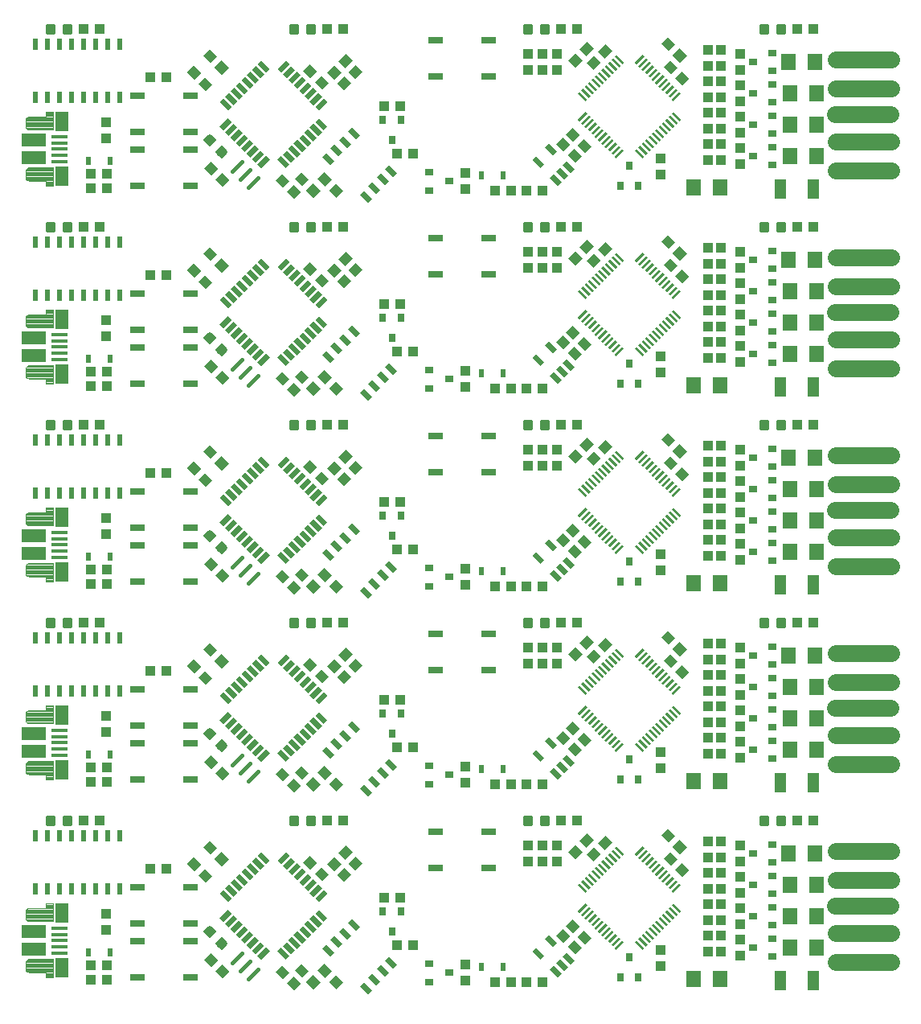
<source format=gtp>
G75*
%MOIN*%
%OFA0B0*%
%FSLAX25Y25*%
%IPPOS*%
%LPD*%
%AMOC8*
5,1,8,0,0,1.08239X$1,22.5*
%
%ADD10R,0.03543X0.03150*%
%ADD11R,0.06299X0.07087*%
%ADD12R,0.03937X0.04331*%
%ADD13R,0.01000X0.04500*%
%ADD14R,0.04500X0.01000*%
%ADD15R,0.04331X0.03937*%
%ADD16C,0.01772*%
%ADD17R,0.02362X0.04724*%
%ADD18R,0.05000X0.02200*%
%ADD19R,0.02200X0.05000*%
%ADD20R,0.06000X0.03000*%
%ADD21R,0.05748X0.07874*%
%ADD22R,0.09843X0.05610*%
%ADD23C,0.00400*%
%ADD24C,0.00197*%
%ADD25C,0.07000*%
%ADD26R,0.03150X0.03543*%
%ADD27R,0.02165X0.04724*%
%ADD28R,0.02480X0.03268*%
%ADD29C,0.01181*%
%ADD30R,0.05000X0.08110*%
D10*
X0208813Y0036760D03*
X0217081Y0040500D03*
X0208813Y0044240D03*
X0208813Y0118760D03*
X0217081Y0122500D03*
X0208813Y0126240D03*
X0208813Y0200760D03*
X0208813Y0208240D03*
X0217081Y0204500D03*
X0208813Y0282760D03*
X0217081Y0286500D03*
X0208813Y0290240D03*
X0208813Y0364760D03*
X0217081Y0368500D03*
X0208813Y0372240D03*
X0342919Y0379000D03*
X0351187Y0375260D03*
X0351187Y0382740D03*
X0351187Y0388260D03*
X0342919Y0392000D03*
X0351187Y0395740D03*
X0351187Y0401260D03*
X0351187Y0408740D03*
X0342919Y0405000D03*
X0351187Y0414260D03*
X0351187Y0421740D03*
X0342919Y0418000D03*
X0351187Y0339740D03*
X0342919Y0336000D03*
X0351187Y0332260D03*
X0351187Y0326740D03*
X0342919Y0323000D03*
X0351187Y0319260D03*
X0351187Y0313740D03*
X0342919Y0310000D03*
X0351187Y0306260D03*
X0351187Y0300740D03*
X0351187Y0293260D03*
X0342919Y0297000D03*
X0351187Y0257740D03*
X0342919Y0254000D03*
X0351187Y0250260D03*
X0351187Y0244740D03*
X0351187Y0237260D03*
X0342919Y0241000D03*
X0351187Y0231740D03*
X0351187Y0224260D03*
X0351187Y0218740D03*
X0342919Y0215000D03*
X0351187Y0211260D03*
X0342919Y0228000D03*
X0351187Y0175740D03*
X0351187Y0168260D03*
X0342919Y0172000D03*
X0351187Y0162740D03*
X0351187Y0155260D03*
X0351187Y0149740D03*
X0342919Y0146000D03*
X0351187Y0142260D03*
X0351187Y0136740D03*
X0342919Y0133000D03*
X0351187Y0129260D03*
X0342919Y0159000D03*
X0351187Y0093740D03*
X0342919Y0090000D03*
X0351187Y0086260D03*
X0351187Y0080740D03*
X0342919Y0077000D03*
X0351187Y0073260D03*
X0351187Y0067740D03*
X0342919Y0064000D03*
X0351187Y0060260D03*
X0351187Y0054740D03*
X0351187Y0047260D03*
X0342919Y0051000D03*
D11*
X0358238Y0051000D03*
X0369262Y0051000D03*
X0369262Y0064000D03*
X0358238Y0064000D03*
X0358238Y0077000D03*
X0369262Y0077000D03*
X0368762Y0090000D03*
X0357738Y0090000D03*
X0329311Y0119939D03*
X0318287Y0119939D03*
X0358238Y0133000D03*
X0369262Y0133000D03*
X0369262Y0146000D03*
X0358238Y0146000D03*
X0358238Y0159000D03*
X0357738Y0172000D03*
X0368762Y0172000D03*
X0369262Y0159000D03*
X0329311Y0201939D03*
X0318287Y0201939D03*
X0358238Y0215000D03*
X0369262Y0215000D03*
X0369262Y0228000D03*
X0369262Y0241000D03*
X0358238Y0241000D03*
X0358238Y0228000D03*
X0357738Y0254000D03*
X0368762Y0254000D03*
X0329311Y0283939D03*
X0318287Y0283939D03*
X0358238Y0297000D03*
X0369262Y0297000D03*
X0369262Y0310000D03*
X0358238Y0310000D03*
X0358238Y0323000D03*
X0369262Y0323000D03*
X0368762Y0336000D03*
X0357738Y0336000D03*
X0329311Y0365939D03*
X0318287Y0365939D03*
X0358238Y0379000D03*
X0369262Y0379000D03*
X0369262Y0392000D03*
X0358238Y0392000D03*
X0358238Y0405000D03*
X0357738Y0418000D03*
X0368762Y0418000D03*
X0369262Y0405000D03*
X0329311Y0037939D03*
X0318287Y0037939D03*
D12*
X0324250Y0049154D03*
X0329750Y0049154D03*
X0329750Y0055846D03*
X0324250Y0055846D03*
X0324250Y0062154D03*
X0329750Y0062154D03*
X0329750Y0068846D03*
X0324250Y0068846D03*
X0324250Y0075154D03*
X0329750Y0075154D03*
X0329750Y0081846D03*
X0324250Y0081846D03*
X0324250Y0088154D03*
X0329750Y0088154D03*
X0329750Y0094846D03*
X0324250Y0094846D03*
X0337750Y0093346D03*
X0337750Y0086654D03*
X0337750Y0080346D03*
X0337750Y0073654D03*
X0337750Y0067346D03*
X0337750Y0060654D03*
X0337750Y0054346D03*
X0337750Y0047654D03*
X0304750Y0049846D03*
X0304750Y0043154D03*
X0261750Y0086654D03*
X0255750Y0086654D03*
X0249750Y0086654D03*
X0249750Y0093346D03*
X0255750Y0093346D03*
X0261750Y0093346D03*
X0223750Y0119154D03*
X0223750Y0125846D03*
X0249750Y0168654D03*
X0255750Y0168654D03*
X0261750Y0168654D03*
X0261750Y0175346D03*
X0255750Y0175346D03*
X0249750Y0175346D03*
X0223750Y0201154D03*
X0223750Y0207846D03*
X0249750Y0250654D03*
X0255750Y0250654D03*
X0261750Y0250654D03*
X0261750Y0257346D03*
X0255750Y0257346D03*
X0249750Y0257346D03*
X0223750Y0283154D03*
X0223750Y0289846D03*
X0249750Y0332654D03*
X0255750Y0332654D03*
X0261750Y0332654D03*
X0261750Y0339346D03*
X0255750Y0339346D03*
X0249750Y0339346D03*
X0223750Y0365154D03*
X0223750Y0371846D03*
X0249750Y0414654D03*
X0255750Y0414654D03*
X0261750Y0414654D03*
X0261750Y0421346D03*
X0255750Y0421346D03*
X0249750Y0421346D03*
X0304750Y0377846D03*
X0304750Y0371154D03*
X0324250Y0377154D03*
X0329750Y0377154D03*
X0329750Y0383846D03*
X0324250Y0383846D03*
X0324250Y0390154D03*
X0329750Y0390154D03*
X0329750Y0396846D03*
X0324250Y0396846D03*
X0324250Y0403154D03*
X0329750Y0403154D03*
X0329750Y0409846D03*
X0324250Y0409846D03*
X0324250Y0416154D03*
X0329750Y0416154D03*
X0329750Y0422846D03*
X0324250Y0422846D03*
X0337750Y0421346D03*
X0337750Y0414654D03*
X0337750Y0408346D03*
X0337750Y0401654D03*
X0337750Y0395346D03*
X0337750Y0388654D03*
X0337750Y0382346D03*
X0337750Y0375654D03*
X0329750Y0340846D03*
X0324250Y0340846D03*
X0324250Y0334154D03*
X0329750Y0334154D03*
X0329750Y0327846D03*
X0324250Y0327846D03*
X0324250Y0321154D03*
X0329750Y0321154D03*
X0329750Y0314846D03*
X0324250Y0314846D03*
X0324250Y0308154D03*
X0329750Y0308154D03*
X0329750Y0301846D03*
X0324250Y0301846D03*
X0324250Y0295154D03*
X0329750Y0295154D03*
X0337750Y0293654D03*
X0337750Y0300346D03*
X0337750Y0306654D03*
X0337750Y0313346D03*
X0337750Y0319654D03*
X0337750Y0326346D03*
X0337750Y0332654D03*
X0337750Y0339346D03*
X0304750Y0295846D03*
X0304750Y0289154D03*
X0324250Y0258846D03*
X0329750Y0258846D03*
X0329750Y0252154D03*
X0324250Y0252154D03*
X0324250Y0245846D03*
X0329750Y0245846D03*
X0329750Y0239154D03*
X0324250Y0239154D03*
X0324250Y0232846D03*
X0329750Y0232846D03*
X0329750Y0226154D03*
X0324250Y0226154D03*
X0324250Y0219846D03*
X0329750Y0219846D03*
X0329750Y0213154D03*
X0324250Y0213154D03*
X0337750Y0211654D03*
X0337750Y0218346D03*
X0337750Y0224654D03*
X0337750Y0231346D03*
X0337750Y0237654D03*
X0337750Y0244346D03*
X0337750Y0250654D03*
X0337750Y0257346D03*
X0304750Y0213846D03*
X0304750Y0207154D03*
X0324250Y0176846D03*
X0329750Y0176846D03*
X0329750Y0170154D03*
X0324250Y0170154D03*
X0324250Y0163846D03*
X0329750Y0163846D03*
X0329750Y0157154D03*
X0324250Y0157154D03*
X0324250Y0150846D03*
X0329750Y0150846D03*
X0329750Y0144154D03*
X0324250Y0144154D03*
X0324250Y0137846D03*
X0329750Y0137846D03*
X0329750Y0131154D03*
X0324250Y0131154D03*
X0337750Y0129654D03*
X0337750Y0136346D03*
X0337750Y0142654D03*
X0337750Y0149346D03*
X0337750Y0155654D03*
X0337750Y0162346D03*
X0337750Y0168654D03*
X0337750Y0175346D03*
X0304750Y0131846D03*
X0304750Y0125154D03*
X0223750Y0043846D03*
X0223750Y0037154D03*
X0074750Y0058154D03*
X0074750Y0064846D03*
X0074750Y0140154D03*
X0074750Y0146846D03*
X0074750Y0222154D03*
X0074750Y0228846D03*
X0074750Y0304154D03*
X0074750Y0310846D03*
X0074750Y0386154D03*
X0074750Y0392846D03*
D13*
G36*
X0274207Y0402439D02*
X0273500Y0401732D01*
X0270319Y0404913D01*
X0271026Y0405620D01*
X0274207Y0402439D01*
G37*
G36*
X0275599Y0403831D02*
X0274892Y0403124D01*
X0271711Y0406305D01*
X0272418Y0407012D01*
X0275599Y0403831D01*
G37*
G36*
X0276991Y0405223D02*
X0276284Y0404516D01*
X0273103Y0407697D01*
X0273810Y0408404D01*
X0276991Y0405223D01*
G37*
G36*
X0278383Y0406615D02*
X0277676Y0405908D01*
X0274495Y0409089D01*
X0275202Y0409796D01*
X0278383Y0406615D01*
G37*
G36*
X0279775Y0408007D02*
X0279068Y0407300D01*
X0275887Y0410481D01*
X0276594Y0411188D01*
X0279775Y0408007D01*
G37*
G36*
X0281167Y0409399D02*
X0280460Y0408692D01*
X0277279Y0411873D01*
X0277986Y0412580D01*
X0281167Y0409399D01*
G37*
G36*
X0282558Y0410790D02*
X0281851Y0410083D01*
X0278670Y0413264D01*
X0279377Y0413971D01*
X0282558Y0410790D01*
G37*
G36*
X0283950Y0412182D02*
X0283243Y0411475D01*
X0280062Y0414656D01*
X0280769Y0415363D01*
X0283950Y0412182D01*
G37*
G36*
X0285342Y0413574D02*
X0284635Y0412867D01*
X0281454Y0416048D01*
X0282161Y0416755D01*
X0285342Y0413574D01*
G37*
G36*
X0286734Y0414966D02*
X0286027Y0414259D01*
X0282846Y0417440D01*
X0283553Y0418147D01*
X0286734Y0414966D01*
G37*
G36*
X0288126Y0416358D02*
X0287419Y0415651D01*
X0284238Y0418832D01*
X0284945Y0419539D01*
X0288126Y0416358D01*
G37*
G36*
X0289518Y0417750D02*
X0288811Y0417043D01*
X0285630Y0420224D01*
X0286337Y0420931D01*
X0289518Y0417750D01*
G37*
G36*
X0313181Y0394087D02*
X0312474Y0393380D01*
X0309293Y0396561D01*
X0310000Y0397268D01*
X0313181Y0394087D01*
G37*
G36*
X0311789Y0392695D02*
X0311082Y0391988D01*
X0307901Y0395169D01*
X0308608Y0395876D01*
X0311789Y0392695D01*
G37*
G36*
X0310397Y0391303D02*
X0309690Y0390596D01*
X0306509Y0393777D01*
X0307216Y0394484D01*
X0310397Y0391303D01*
G37*
G36*
X0309005Y0389911D02*
X0308298Y0389204D01*
X0305117Y0392385D01*
X0305824Y0393092D01*
X0309005Y0389911D01*
G37*
G36*
X0307613Y0388519D02*
X0306906Y0387812D01*
X0303725Y0390993D01*
X0304432Y0391700D01*
X0307613Y0388519D01*
G37*
G36*
X0306221Y0387127D02*
X0305514Y0386420D01*
X0302333Y0389601D01*
X0303040Y0390308D01*
X0306221Y0387127D01*
G37*
G36*
X0304830Y0385736D02*
X0304123Y0385029D01*
X0300942Y0388210D01*
X0301649Y0388917D01*
X0304830Y0385736D01*
G37*
G36*
X0303438Y0384344D02*
X0302731Y0383637D01*
X0299550Y0386818D01*
X0300257Y0387525D01*
X0303438Y0384344D01*
G37*
G36*
X0302046Y0382952D02*
X0301339Y0382245D01*
X0298158Y0385426D01*
X0298865Y0386133D01*
X0302046Y0382952D01*
G37*
G36*
X0300654Y0381560D02*
X0299947Y0380853D01*
X0296766Y0384034D01*
X0297473Y0384741D01*
X0300654Y0381560D01*
G37*
G36*
X0299262Y0380168D02*
X0298555Y0379461D01*
X0295374Y0382642D01*
X0296081Y0383349D01*
X0299262Y0380168D01*
G37*
G36*
X0297870Y0378776D02*
X0297163Y0378069D01*
X0293982Y0381250D01*
X0294689Y0381957D01*
X0297870Y0378776D01*
G37*
G36*
X0289518Y0335750D02*
X0288811Y0335043D01*
X0285630Y0338224D01*
X0286337Y0338931D01*
X0289518Y0335750D01*
G37*
G36*
X0288126Y0334358D02*
X0287419Y0333651D01*
X0284238Y0336832D01*
X0284945Y0337539D01*
X0288126Y0334358D01*
G37*
G36*
X0286734Y0332966D02*
X0286027Y0332259D01*
X0282846Y0335440D01*
X0283553Y0336147D01*
X0286734Y0332966D01*
G37*
G36*
X0285342Y0331574D02*
X0284635Y0330867D01*
X0281454Y0334048D01*
X0282161Y0334755D01*
X0285342Y0331574D01*
G37*
G36*
X0283950Y0330182D02*
X0283243Y0329475D01*
X0280062Y0332656D01*
X0280769Y0333363D01*
X0283950Y0330182D01*
G37*
G36*
X0282558Y0328790D02*
X0281851Y0328083D01*
X0278670Y0331264D01*
X0279377Y0331971D01*
X0282558Y0328790D01*
G37*
G36*
X0281167Y0327399D02*
X0280460Y0326692D01*
X0277279Y0329873D01*
X0277986Y0330580D01*
X0281167Y0327399D01*
G37*
G36*
X0279775Y0326007D02*
X0279068Y0325300D01*
X0275887Y0328481D01*
X0276594Y0329188D01*
X0279775Y0326007D01*
G37*
G36*
X0278383Y0324615D02*
X0277676Y0323908D01*
X0274495Y0327089D01*
X0275202Y0327796D01*
X0278383Y0324615D01*
G37*
G36*
X0276991Y0323223D02*
X0276284Y0322516D01*
X0273103Y0325697D01*
X0273810Y0326404D01*
X0276991Y0323223D01*
G37*
G36*
X0275599Y0321831D02*
X0274892Y0321124D01*
X0271711Y0324305D01*
X0272418Y0325012D01*
X0275599Y0321831D01*
G37*
G36*
X0274207Y0320439D02*
X0273500Y0319732D01*
X0270319Y0322913D01*
X0271026Y0323620D01*
X0274207Y0320439D01*
G37*
G36*
X0297870Y0296776D02*
X0297163Y0296069D01*
X0293982Y0299250D01*
X0294689Y0299957D01*
X0297870Y0296776D01*
G37*
G36*
X0299262Y0298168D02*
X0298555Y0297461D01*
X0295374Y0300642D01*
X0296081Y0301349D01*
X0299262Y0298168D01*
G37*
G36*
X0300654Y0299560D02*
X0299947Y0298853D01*
X0296766Y0302034D01*
X0297473Y0302741D01*
X0300654Y0299560D01*
G37*
G36*
X0302046Y0300952D02*
X0301339Y0300245D01*
X0298158Y0303426D01*
X0298865Y0304133D01*
X0302046Y0300952D01*
G37*
G36*
X0303438Y0302344D02*
X0302731Y0301637D01*
X0299550Y0304818D01*
X0300257Y0305525D01*
X0303438Y0302344D01*
G37*
G36*
X0304830Y0303736D02*
X0304123Y0303029D01*
X0300942Y0306210D01*
X0301649Y0306917D01*
X0304830Y0303736D01*
G37*
G36*
X0306221Y0305127D02*
X0305514Y0304420D01*
X0302333Y0307601D01*
X0303040Y0308308D01*
X0306221Y0305127D01*
G37*
G36*
X0307613Y0306519D02*
X0306906Y0305812D01*
X0303725Y0308993D01*
X0304432Y0309700D01*
X0307613Y0306519D01*
G37*
G36*
X0309005Y0307911D02*
X0308298Y0307204D01*
X0305117Y0310385D01*
X0305824Y0311092D01*
X0309005Y0307911D01*
G37*
G36*
X0310397Y0309303D02*
X0309690Y0308596D01*
X0306509Y0311777D01*
X0307216Y0312484D01*
X0310397Y0309303D01*
G37*
G36*
X0311789Y0310695D02*
X0311082Y0309988D01*
X0307901Y0313169D01*
X0308608Y0313876D01*
X0311789Y0310695D01*
G37*
G36*
X0313181Y0312087D02*
X0312474Y0311380D01*
X0309293Y0314561D01*
X0310000Y0315268D01*
X0313181Y0312087D01*
G37*
G36*
X0289518Y0253750D02*
X0288811Y0253043D01*
X0285630Y0256224D01*
X0286337Y0256931D01*
X0289518Y0253750D01*
G37*
G36*
X0288126Y0252358D02*
X0287419Y0251651D01*
X0284238Y0254832D01*
X0284945Y0255539D01*
X0288126Y0252358D01*
G37*
G36*
X0286734Y0250966D02*
X0286027Y0250259D01*
X0282846Y0253440D01*
X0283553Y0254147D01*
X0286734Y0250966D01*
G37*
G36*
X0285342Y0249574D02*
X0284635Y0248867D01*
X0281454Y0252048D01*
X0282161Y0252755D01*
X0285342Y0249574D01*
G37*
G36*
X0283950Y0248182D02*
X0283243Y0247475D01*
X0280062Y0250656D01*
X0280769Y0251363D01*
X0283950Y0248182D01*
G37*
G36*
X0282558Y0246790D02*
X0281851Y0246083D01*
X0278670Y0249264D01*
X0279377Y0249971D01*
X0282558Y0246790D01*
G37*
G36*
X0281167Y0245399D02*
X0280460Y0244692D01*
X0277279Y0247873D01*
X0277986Y0248580D01*
X0281167Y0245399D01*
G37*
G36*
X0279775Y0244007D02*
X0279068Y0243300D01*
X0275887Y0246481D01*
X0276594Y0247188D01*
X0279775Y0244007D01*
G37*
G36*
X0278383Y0242615D02*
X0277676Y0241908D01*
X0274495Y0245089D01*
X0275202Y0245796D01*
X0278383Y0242615D01*
G37*
G36*
X0276991Y0241223D02*
X0276284Y0240516D01*
X0273103Y0243697D01*
X0273810Y0244404D01*
X0276991Y0241223D01*
G37*
G36*
X0275599Y0239831D02*
X0274892Y0239124D01*
X0271711Y0242305D01*
X0272418Y0243012D01*
X0275599Y0239831D01*
G37*
G36*
X0274207Y0238439D02*
X0273500Y0237732D01*
X0270319Y0240913D01*
X0271026Y0241620D01*
X0274207Y0238439D01*
G37*
G36*
X0297870Y0214776D02*
X0297163Y0214069D01*
X0293982Y0217250D01*
X0294689Y0217957D01*
X0297870Y0214776D01*
G37*
G36*
X0299262Y0216168D02*
X0298555Y0215461D01*
X0295374Y0218642D01*
X0296081Y0219349D01*
X0299262Y0216168D01*
G37*
G36*
X0300654Y0217560D02*
X0299947Y0216853D01*
X0296766Y0220034D01*
X0297473Y0220741D01*
X0300654Y0217560D01*
G37*
G36*
X0302046Y0218952D02*
X0301339Y0218245D01*
X0298158Y0221426D01*
X0298865Y0222133D01*
X0302046Y0218952D01*
G37*
G36*
X0303438Y0220344D02*
X0302731Y0219637D01*
X0299550Y0222818D01*
X0300257Y0223525D01*
X0303438Y0220344D01*
G37*
G36*
X0304830Y0221736D02*
X0304123Y0221029D01*
X0300942Y0224210D01*
X0301649Y0224917D01*
X0304830Y0221736D01*
G37*
G36*
X0306221Y0223127D02*
X0305514Y0222420D01*
X0302333Y0225601D01*
X0303040Y0226308D01*
X0306221Y0223127D01*
G37*
G36*
X0307613Y0224519D02*
X0306906Y0223812D01*
X0303725Y0226993D01*
X0304432Y0227700D01*
X0307613Y0224519D01*
G37*
G36*
X0309005Y0225911D02*
X0308298Y0225204D01*
X0305117Y0228385D01*
X0305824Y0229092D01*
X0309005Y0225911D01*
G37*
G36*
X0310397Y0227303D02*
X0309690Y0226596D01*
X0306509Y0229777D01*
X0307216Y0230484D01*
X0310397Y0227303D01*
G37*
G36*
X0311789Y0228695D02*
X0311082Y0227988D01*
X0307901Y0231169D01*
X0308608Y0231876D01*
X0311789Y0228695D01*
G37*
G36*
X0313181Y0230087D02*
X0312474Y0229380D01*
X0309293Y0232561D01*
X0310000Y0233268D01*
X0313181Y0230087D01*
G37*
G36*
X0289518Y0171750D02*
X0288811Y0171043D01*
X0285630Y0174224D01*
X0286337Y0174931D01*
X0289518Y0171750D01*
G37*
G36*
X0288126Y0170358D02*
X0287419Y0169651D01*
X0284238Y0172832D01*
X0284945Y0173539D01*
X0288126Y0170358D01*
G37*
G36*
X0286734Y0168966D02*
X0286027Y0168259D01*
X0282846Y0171440D01*
X0283553Y0172147D01*
X0286734Y0168966D01*
G37*
G36*
X0285342Y0167574D02*
X0284635Y0166867D01*
X0281454Y0170048D01*
X0282161Y0170755D01*
X0285342Y0167574D01*
G37*
G36*
X0283950Y0166182D02*
X0283243Y0165475D01*
X0280062Y0168656D01*
X0280769Y0169363D01*
X0283950Y0166182D01*
G37*
G36*
X0282558Y0164790D02*
X0281851Y0164083D01*
X0278670Y0167264D01*
X0279377Y0167971D01*
X0282558Y0164790D01*
G37*
G36*
X0281167Y0163399D02*
X0280460Y0162692D01*
X0277279Y0165873D01*
X0277986Y0166580D01*
X0281167Y0163399D01*
G37*
G36*
X0279775Y0162007D02*
X0279068Y0161300D01*
X0275887Y0164481D01*
X0276594Y0165188D01*
X0279775Y0162007D01*
G37*
G36*
X0278383Y0160615D02*
X0277676Y0159908D01*
X0274495Y0163089D01*
X0275202Y0163796D01*
X0278383Y0160615D01*
G37*
G36*
X0276991Y0159223D02*
X0276284Y0158516D01*
X0273103Y0161697D01*
X0273810Y0162404D01*
X0276991Y0159223D01*
G37*
G36*
X0275599Y0157831D02*
X0274892Y0157124D01*
X0271711Y0160305D01*
X0272418Y0161012D01*
X0275599Y0157831D01*
G37*
G36*
X0274207Y0156439D02*
X0273500Y0155732D01*
X0270319Y0158913D01*
X0271026Y0159620D01*
X0274207Y0156439D01*
G37*
G36*
X0297870Y0132776D02*
X0297163Y0132069D01*
X0293982Y0135250D01*
X0294689Y0135957D01*
X0297870Y0132776D01*
G37*
G36*
X0299262Y0134168D02*
X0298555Y0133461D01*
X0295374Y0136642D01*
X0296081Y0137349D01*
X0299262Y0134168D01*
G37*
G36*
X0300654Y0135560D02*
X0299947Y0134853D01*
X0296766Y0138034D01*
X0297473Y0138741D01*
X0300654Y0135560D01*
G37*
G36*
X0302046Y0136952D02*
X0301339Y0136245D01*
X0298158Y0139426D01*
X0298865Y0140133D01*
X0302046Y0136952D01*
G37*
G36*
X0303438Y0138344D02*
X0302731Y0137637D01*
X0299550Y0140818D01*
X0300257Y0141525D01*
X0303438Y0138344D01*
G37*
G36*
X0304830Y0139736D02*
X0304123Y0139029D01*
X0300942Y0142210D01*
X0301649Y0142917D01*
X0304830Y0139736D01*
G37*
G36*
X0306221Y0141127D02*
X0305514Y0140420D01*
X0302333Y0143601D01*
X0303040Y0144308D01*
X0306221Y0141127D01*
G37*
G36*
X0307613Y0142519D02*
X0306906Y0141812D01*
X0303725Y0144993D01*
X0304432Y0145700D01*
X0307613Y0142519D01*
G37*
G36*
X0309005Y0143911D02*
X0308298Y0143204D01*
X0305117Y0146385D01*
X0305824Y0147092D01*
X0309005Y0143911D01*
G37*
G36*
X0310397Y0145303D02*
X0309690Y0144596D01*
X0306509Y0147777D01*
X0307216Y0148484D01*
X0310397Y0145303D01*
G37*
G36*
X0311789Y0146695D02*
X0311082Y0145988D01*
X0307901Y0149169D01*
X0308608Y0149876D01*
X0311789Y0146695D01*
G37*
G36*
X0313181Y0148087D02*
X0312474Y0147380D01*
X0309293Y0150561D01*
X0310000Y0151268D01*
X0313181Y0148087D01*
G37*
G36*
X0289518Y0089750D02*
X0288811Y0089043D01*
X0285630Y0092224D01*
X0286337Y0092931D01*
X0289518Y0089750D01*
G37*
G36*
X0288126Y0088358D02*
X0287419Y0087651D01*
X0284238Y0090832D01*
X0284945Y0091539D01*
X0288126Y0088358D01*
G37*
G36*
X0286734Y0086966D02*
X0286027Y0086259D01*
X0282846Y0089440D01*
X0283553Y0090147D01*
X0286734Y0086966D01*
G37*
G36*
X0285342Y0085574D02*
X0284635Y0084867D01*
X0281454Y0088048D01*
X0282161Y0088755D01*
X0285342Y0085574D01*
G37*
G36*
X0283950Y0084182D02*
X0283243Y0083475D01*
X0280062Y0086656D01*
X0280769Y0087363D01*
X0283950Y0084182D01*
G37*
G36*
X0282558Y0082790D02*
X0281851Y0082083D01*
X0278670Y0085264D01*
X0279377Y0085971D01*
X0282558Y0082790D01*
G37*
G36*
X0281167Y0081399D02*
X0280460Y0080692D01*
X0277279Y0083873D01*
X0277986Y0084580D01*
X0281167Y0081399D01*
G37*
G36*
X0279775Y0080007D02*
X0279068Y0079300D01*
X0275887Y0082481D01*
X0276594Y0083188D01*
X0279775Y0080007D01*
G37*
G36*
X0278383Y0078615D02*
X0277676Y0077908D01*
X0274495Y0081089D01*
X0275202Y0081796D01*
X0278383Y0078615D01*
G37*
G36*
X0276991Y0077223D02*
X0276284Y0076516D01*
X0273103Y0079697D01*
X0273810Y0080404D01*
X0276991Y0077223D01*
G37*
G36*
X0275599Y0075831D02*
X0274892Y0075124D01*
X0271711Y0078305D01*
X0272418Y0079012D01*
X0275599Y0075831D01*
G37*
G36*
X0274207Y0074439D02*
X0273500Y0073732D01*
X0270319Y0076913D01*
X0271026Y0077620D01*
X0274207Y0074439D01*
G37*
G36*
X0297870Y0050776D02*
X0297163Y0050069D01*
X0293982Y0053250D01*
X0294689Y0053957D01*
X0297870Y0050776D01*
G37*
G36*
X0299262Y0052168D02*
X0298555Y0051461D01*
X0295374Y0054642D01*
X0296081Y0055349D01*
X0299262Y0052168D01*
G37*
G36*
X0300654Y0053560D02*
X0299947Y0052853D01*
X0296766Y0056034D01*
X0297473Y0056741D01*
X0300654Y0053560D01*
G37*
G36*
X0302046Y0054952D02*
X0301339Y0054245D01*
X0298158Y0057426D01*
X0298865Y0058133D01*
X0302046Y0054952D01*
G37*
G36*
X0303438Y0056344D02*
X0302731Y0055637D01*
X0299550Y0058818D01*
X0300257Y0059525D01*
X0303438Y0056344D01*
G37*
G36*
X0304830Y0057736D02*
X0304123Y0057029D01*
X0300942Y0060210D01*
X0301649Y0060917D01*
X0304830Y0057736D01*
G37*
G36*
X0306221Y0059127D02*
X0305514Y0058420D01*
X0302333Y0061601D01*
X0303040Y0062308D01*
X0306221Y0059127D01*
G37*
G36*
X0307613Y0060519D02*
X0306906Y0059812D01*
X0303725Y0062993D01*
X0304432Y0063700D01*
X0307613Y0060519D01*
G37*
G36*
X0309005Y0061911D02*
X0308298Y0061204D01*
X0305117Y0064385D01*
X0305824Y0065092D01*
X0309005Y0061911D01*
G37*
G36*
X0310397Y0063303D02*
X0309690Y0062596D01*
X0306509Y0065777D01*
X0307216Y0066484D01*
X0310397Y0063303D01*
G37*
G36*
X0311789Y0064695D02*
X0311082Y0063988D01*
X0307901Y0067169D01*
X0308608Y0067876D01*
X0311789Y0064695D01*
G37*
G36*
X0313181Y0066087D02*
X0312474Y0065380D01*
X0309293Y0068561D01*
X0310000Y0069268D01*
X0313181Y0066087D01*
G37*
D14*
G36*
X0313181Y0076913D02*
X0310000Y0073732D01*
X0309293Y0074439D01*
X0312474Y0077620D01*
X0313181Y0076913D01*
G37*
G36*
X0311789Y0078305D02*
X0308608Y0075124D01*
X0307901Y0075831D01*
X0311082Y0079012D01*
X0311789Y0078305D01*
G37*
G36*
X0310397Y0079697D02*
X0307216Y0076516D01*
X0306509Y0077223D01*
X0309690Y0080404D01*
X0310397Y0079697D01*
G37*
G36*
X0309005Y0081089D02*
X0305824Y0077908D01*
X0305117Y0078615D01*
X0308298Y0081796D01*
X0309005Y0081089D01*
G37*
G36*
X0307613Y0082481D02*
X0304432Y0079300D01*
X0303725Y0080007D01*
X0306906Y0083188D01*
X0307613Y0082481D01*
G37*
G36*
X0306221Y0083873D02*
X0303040Y0080692D01*
X0302333Y0081399D01*
X0305514Y0084580D01*
X0306221Y0083873D01*
G37*
G36*
X0304830Y0085264D02*
X0301649Y0082083D01*
X0300942Y0082790D01*
X0304123Y0085971D01*
X0304830Y0085264D01*
G37*
G36*
X0303438Y0086656D02*
X0300257Y0083475D01*
X0299550Y0084182D01*
X0302731Y0087363D01*
X0303438Y0086656D01*
G37*
G36*
X0302046Y0088048D02*
X0298865Y0084867D01*
X0298158Y0085574D01*
X0301339Y0088755D01*
X0302046Y0088048D01*
G37*
G36*
X0300654Y0089440D02*
X0297473Y0086259D01*
X0296766Y0086966D01*
X0299947Y0090147D01*
X0300654Y0089440D01*
G37*
G36*
X0299262Y0090832D02*
X0296081Y0087651D01*
X0295374Y0088358D01*
X0298555Y0091539D01*
X0299262Y0090832D01*
G37*
G36*
X0297870Y0092224D02*
X0294689Y0089043D01*
X0293982Y0089750D01*
X0297163Y0092931D01*
X0297870Y0092224D01*
G37*
G36*
X0274207Y0068561D02*
X0271026Y0065380D01*
X0270319Y0066087D01*
X0273500Y0069268D01*
X0274207Y0068561D01*
G37*
G36*
X0275599Y0067169D02*
X0272418Y0063988D01*
X0271711Y0064695D01*
X0274892Y0067876D01*
X0275599Y0067169D01*
G37*
G36*
X0276991Y0065777D02*
X0273810Y0062596D01*
X0273103Y0063303D01*
X0276284Y0066484D01*
X0276991Y0065777D01*
G37*
G36*
X0278383Y0064385D02*
X0275202Y0061204D01*
X0274495Y0061911D01*
X0277676Y0065092D01*
X0278383Y0064385D01*
G37*
G36*
X0279775Y0062993D02*
X0276594Y0059812D01*
X0275887Y0060519D01*
X0279068Y0063700D01*
X0279775Y0062993D01*
G37*
G36*
X0281167Y0061601D02*
X0277986Y0058420D01*
X0277279Y0059127D01*
X0280460Y0062308D01*
X0281167Y0061601D01*
G37*
G36*
X0282558Y0060210D02*
X0279377Y0057029D01*
X0278670Y0057736D01*
X0281851Y0060917D01*
X0282558Y0060210D01*
G37*
G36*
X0283950Y0058818D02*
X0280769Y0055637D01*
X0280062Y0056344D01*
X0283243Y0059525D01*
X0283950Y0058818D01*
G37*
G36*
X0285342Y0057426D02*
X0282161Y0054245D01*
X0281454Y0054952D01*
X0284635Y0058133D01*
X0285342Y0057426D01*
G37*
G36*
X0286734Y0056034D02*
X0283553Y0052853D01*
X0282846Y0053560D01*
X0286027Y0056741D01*
X0286734Y0056034D01*
G37*
G36*
X0288126Y0054642D02*
X0284945Y0051461D01*
X0284238Y0052168D01*
X0287419Y0055349D01*
X0288126Y0054642D01*
G37*
G36*
X0289518Y0053250D02*
X0286337Y0050069D01*
X0285630Y0050776D01*
X0288811Y0053957D01*
X0289518Y0053250D01*
G37*
G36*
X0289518Y0135250D02*
X0286337Y0132069D01*
X0285630Y0132776D01*
X0288811Y0135957D01*
X0289518Y0135250D01*
G37*
G36*
X0288126Y0136642D02*
X0284945Y0133461D01*
X0284238Y0134168D01*
X0287419Y0137349D01*
X0288126Y0136642D01*
G37*
G36*
X0286734Y0138034D02*
X0283553Y0134853D01*
X0282846Y0135560D01*
X0286027Y0138741D01*
X0286734Y0138034D01*
G37*
G36*
X0285342Y0139426D02*
X0282161Y0136245D01*
X0281454Y0136952D01*
X0284635Y0140133D01*
X0285342Y0139426D01*
G37*
G36*
X0283950Y0140818D02*
X0280769Y0137637D01*
X0280062Y0138344D01*
X0283243Y0141525D01*
X0283950Y0140818D01*
G37*
G36*
X0282558Y0142210D02*
X0279377Y0139029D01*
X0278670Y0139736D01*
X0281851Y0142917D01*
X0282558Y0142210D01*
G37*
G36*
X0281167Y0143601D02*
X0277986Y0140420D01*
X0277279Y0141127D01*
X0280460Y0144308D01*
X0281167Y0143601D01*
G37*
G36*
X0279775Y0144993D02*
X0276594Y0141812D01*
X0275887Y0142519D01*
X0279068Y0145700D01*
X0279775Y0144993D01*
G37*
G36*
X0278383Y0146385D02*
X0275202Y0143204D01*
X0274495Y0143911D01*
X0277676Y0147092D01*
X0278383Y0146385D01*
G37*
G36*
X0276991Y0147777D02*
X0273810Y0144596D01*
X0273103Y0145303D01*
X0276284Y0148484D01*
X0276991Y0147777D01*
G37*
G36*
X0275599Y0149169D02*
X0272418Y0145988D01*
X0271711Y0146695D01*
X0274892Y0149876D01*
X0275599Y0149169D01*
G37*
G36*
X0274207Y0150561D02*
X0271026Y0147380D01*
X0270319Y0148087D01*
X0273500Y0151268D01*
X0274207Y0150561D01*
G37*
G36*
X0297870Y0174224D02*
X0294689Y0171043D01*
X0293982Y0171750D01*
X0297163Y0174931D01*
X0297870Y0174224D01*
G37*
G36*
X0299262Y0172832D02*
X0296081Y0169651D01*
X0295374Y0170358D01*
X0298555Y0173539D01*
X0299262Y0172832D01*
G37*
G36*
X0300654Y0171440D02*
X0297473Y0168259D01*
X0296766Y0168966D01*
X0299947Y0172147D01*
X0300654Y0171440D01*
G37*
G36*
X0302046Y0170048D02*
X0298865Y0166867D01*
X0298158Y0167574D01*
X0301339Y0170755D01*
X0302046Y0170048D01*
G37*
G36*
X0303438Y0168656D02*
X0300257Y0165475D01*
X0299550Y0166182D01*
X0302731Y0169363D01*
X0303438Y0168656D01*
G37*
G36*
X0304830Y0167264D02*
X0301649Y0164083D01*
X0300942Y0164790D01*
X0304123Y0167971D01*
X0304830Y0167264D01*
G37*
G36*
X0306221Y0165873D02*
X0303040Y0162692D01*
X0302333Y0163399D01*
X0305514Y0166580D01*
X0306221Y0165873D01*
G37*
G36*
X0307613Y0164481D02*
X0304432Y0161300D01*
X0303725Y0162007D01*
X0306906Y0165188D01*
X0307613Y0164481D01*
G37*
G36*
X0309005Y0163089D02*
X0305824Y0159908D01*
X0305117Y0160615D01*
X0308298Y0163796D01*
X0309005Y0163089D01*
G37*
G36*
X0310397Y0161697D02*
X0307216Y0158516D01*
X0306509Y0159223D01*
X0309690Y0162404D01*
X0310397Y0161697D01*
G37*
G36*
X0311789Y0160305D02*
X0308608Y0157124D01*
X0307901Y0157831D01*
X0311082Y0161012D01*
X0311789Y0160305D01*
G37*
G36*
X0313181Y0158913D02*
X0310000Y0155732D01*
X0309293Y0156439D01*
X0312474Y0159620D01*
X0313181Y0158913D01*
G37*
G36*
X0289518Y0217250D02*
X0286337Y0214069D01*
X0285630Y0214776D01*
X0288811Y0217957D01*
X0289518Y0217250D01*
G37*
G36*
X0288126Y0218642D02*
X0284945Y0215461D01*
X0284238Y0216168D01*
X0287419Y0219349D01*
X0288126Y0218642D01*
G37*
G36*
X0286734Y0220034D02*
X0283553Y0216853D01*
X0282846Y0217560D01*
X0286027Y0220741D01*
X0286734Y0220034D01*
G37*
G36*
X0285342Y0221426D02*
X0282161Y0218245D01*
X0281454Y0218952D01*
X0284635Y0222133D01*
X0285342Y0221426D01*
G37*
G36*
X0283950Y0222818D02*
X0280769Y0219637D01*
X0280062Y0220344D01*
X0283243Y0223525D01*
X0283950Y0222818D01*
G37*
G36*
X0282558Y0224210D02*
X0279377Y0221029D01*
X0278670Y0221736D01*
X0281851Y0224917D01*
X0282558Y0224210D01*
G37*
G36*
X0281167Y0225601D02*
X0277986Y0222420D01*
X0277279Y0223127D01*
X0280460Y0226308D01*
X0281167Y0225601D01*
G37*
G36*
X0279775Y0226993D02*
X0276594Y0223812D01*
X0275887Y0224519D01*
X0279068Y0227700D01*
X0279775Y0226993D01*
G37*
G36*
X0278383Y0228385D02*
X0275202Y0225204D01*
X0274495Y0225911D01*
X0277676Y0229092D01*
X0278383Y0228385D01*
G37*
G36*
X0276991Y0229777D02*
X0273810Y0226596D01*
X0273103Y0227303D01*
X0276284Y0230484D01*
X0276991Y0229777D01*
G37*
G36*
X0275599Y0231169D02*
X0272418Y0227988D01*
X0271711Y0228695D01*
X0274892Y0231876D01*
X0275599Y0231169D01*
G37*
G36*
X0274207Y0232561D02*
X0271026Y0229380D01*
X0270319Y0230087D01*
X0273500Y0233268D01*
X0274207Y0232561D01*
G37*
G36*
X0297870Y0256224D02*
X0294689Y0253043D01*
X0293982Y0253750D01*
X0297163Y0256931D01*
X0297870Y0256224D01*
G37*
G36*
X0299262Y0254832D02*
X0296081Y0251651D01*
X0295374Y0252358D01*
X0298555Y0255539D01*
X0299262Y0254832D01*
G37*
G36*
X0300654Y0253440D02*
X0297473Y0250259D01*
X0296766Y0250966D01*
X0299947Y0254147D01*
X0300654Y0253440D01*
G37*
G36*
X0302046Y0252048D02*
X0298865Y0248867D01*
X0298158Y0249574D01*
X0301339Y0252755D01*
X0302046Y0252048D01*
G37*
G36*
X0303438Y0250656D02*
X0300257Y0247475D01*
X0299550Y0248182D01*
X0302731Y0251363D01*
X0303438Y0250656D01*
G37*
G36*
X0304830Y0249264D02*
X0301649Y0246083D01*
X0300942Y0246790D01*
X0304123Y0249971D01*
X0304830Y0249264D01*
G37*
G36*
X0306221Y0247873D02*
X0303040Y0244692D01*
X0302333Y0245399D01*
X0305514Y0248580D01*
X0306221Y0247873D01*
G37*
G36*
X0307613Y0246481D02*
X0304432Y0243300D01*
X0303725Y0244007D01*
X0306906Y0247188D01*
X0307613Y0246481D01*
G37*
G36*
X0309005Y0245089D02*
X0305824Y0241908D01*
X0305117Y0242615D01*
X0308298Y0245796D01*
X0309005Y0245089D01*
G37*
G36*
X0310397Y0243697D02*
X0307216Y0240516D01*
X0306509Y0241223D01*
X0309690Y0244404D01*
X0310397Y0243697D01*
G37*
G36*
X0311789Y0242305D02*
X0308608Y0239124D01*
X0307901Y0239831D01*
X0311082Y0243012D01*
X0311789Y0242305D01*
G37*
G36*
X0313181Y0240913D02*
X0310000Y0237732D01*
X0309293Y0238439D01*
X0312474Y0241620D01*
X0313181Y0240913D01*
G37*
G36*
X0289518Y0299250D02*
X0286337Y0296069D01*
X0285630Y0296776D01*
X0288811Y0299957D01*
X0289518Y0299250D01*
G37*
G36*
X0288126Y0300642D02*
X0284945Y0297461D01*
X0284238Y0298168D01*
X0287419Y0301349D01*
X0288126Y0300642D01*
G37*
G36*
X0286734Y0302034D02*
X0283553Y0298853D01*
X0282846Y0299560D01*
X0286027Y0302741D01*
X0286734Y0302034D01*
G37*
G36*
X0285342Y0303426D02*
X0282161Y0300245D01*
X0281454Y0300952D01*
X0284635Y0304133D01*
X0285342Y0303426D01*
G37*
G36*
X0283950Y0304818D02*
X0280769Y0301637D01*
X0280062Y0302344D01*
X0283243Y0305525D01*
X0283950Y0304818D01*
G37*
G36*
X0282558Y0306210D02*
X0279377Y0303029D01*
X0278670Y0303736D01*
X0281851Y0306917D01*
X0282558Y0306210D01*
G37*
G36*
X0281167Y0307601D02*
X0277986Y0304420D01*
X0277279Y0305127D01*
X0280460Y0308308D01*
X0281167Y0307601D01*
G37*
G36*
X0279775Y0308993D02*
X0276594Y0305812D01*
X0275887Y0306519D01*
X0279068Y0309700D01*
X0279775Y0308993D01*
G37*
G36*
X0278383Y0310385D02*
X0275202Y0307204D01*
X0274495Y0307911D01*
X0277676Y0311092D01*
X0278383Y0310385D01*
G37*
G36*
X0276991Y0311777D02*
X0273810Y0308596D01*
X0273103Y0309303D01*
X0276284Y0312484D01*
X0276991Y0311777D01*
G37*
G36*
X0275599Y0313169D02*
X0272418Y0309988D01*
X0271711Y0310695D01*
X0274892Y0313876D01*
X0275599Y0313169D01*
G37*
G36*
X0274207Y0314561D02*
X0271026Y0311380D01*
X0270319Y0312087D01*
X0273500Y0315268D01*
X0274207Y0314561D01*
G37*
G36*
X0297870Y0338224D02*
X0294689Y0335043D01*
X0293982Y0335750D01*
X0297163Y0338931D01*
X0297870Y0338224D01*
G37*
G36*
X0299262Y0336832D02*
X0296081Y0333651D01*
X0295374Y0334358D01*
X0298555Y0337539D01*
X0299262Y0336832D01*
G37*
G36*
X0300654Y0335440D02*
X0297473Y0332259D01*
X0296766Y0332966D01*
X0299947Y0336147D01*
X0300654Y0335440D01*
G37*
G36*
X0302046Y0334048D02*
X0298865Y0330867D01*
X0298158Y0331574D01*
X0301339Y0334755D01*
X0302046Y0334048D01*
G37*
G36*
X0303438Y0332656D02*
X0300257Y0329475D01*
X0299550Y0330182D01*
X0302731Y0333363D01*
X0303438Y0332656D01*
G37*
G36*
X0304830Y0331264D02*
X0301649Y0328083D01*
X0300942Y0328790D01*
X0304123Y0331971D01*
X0304830Y0331264D01*
G37*
G36*
X0306221Y0329873D02*
X0303040Y0326692D01*
X0302333Y0327399D01*
X0305514Y0330580D01*
X0306221Y0329873D01*
G37*
G36*
X0307613Y0328481D02*
X0304432Y0325300D01*
X0303725Y0326007D01*
X0306906Y0329188D01*
X0307613Y0328481D01*
G37*
G36*
X0309005Y0327089D02*
X0305824Y0323908D01*
X0305117Y0324615D01*
X0308298Y0327796D01*
X0309005Y0327089D01*
G37*
G36*
X0310397Y0325697D02*
X0307216Y0322516D01*
X0306509Y0323223D01*
X0309690Y0326404D01*
X0310397Y0325697D01*
G37*
G36*
X0311789Y0324305D02*
X0308608Y0321124D01*
X0307901Y0321831D01*
X0311082Y0325012D01*
X0311789Y0324305D01*
G37*
G36*
X0313181Y0322913D02*
X0310000Y0319732D01*
X0309293Y0320439D01*
X0312474Y0323620D01*
X0313181Y0322913D01*
G37*
G36*
X0289518Y0381250D02*
X0286337Y0378069D01*
X0285630Y0378776D01*
X0288811Y0381957D01*
X0289518Y0381250D01*
G37*
G36*
X0288126Y0382642D02*
X0284945Y0379461D01*
X0284238Y0380168D01*
X0287419Y0383349D01*
X0288126Y0382642D01*
G37*
G36*
X0286734Y0384034D02*
X0283553Y0380853D01*
X0282846Y0381560D01*
X0286027Y0384741D01*
X0286734Y0384034D01*
G37*
G36*
X0285342Y0385426D02*
X0282161Y0382245D01*
X0281454Y0382952D01*
X0284635Y0386133D01*
X0285342Y0385426D01*
G37*
G36*
X0283950Y0386818D02*
X0280769Y0383637D01*
X0280062Y0384344D01*
X0283243Y0387525D01*
X0283950Y0386818D01*
G37*
G36*
X0282558Y0388210D02*
X0279377Y0385029D01*
X0278670Y0385736D01*
X0281851Y0388917D01*
X0282558Y0388210D01*
G37*
G36*
X0281167Y0389601D02*
X0277986Y0386420D01*
X0277279Y0387127D01*
X0280460Y0390308D01*
X0281167Y0389601D01*
G37*
G36*
X0279775Y0390993D02*
X0276594Y0387812D01*
X0275887Y0388519D01*
X0279068Y0391700D01*
X0279775Y0390993D01*
G37*
G36*
X0278383Y0392385D02*
X0275202Y0389204D01*
X0274495Y0389911D01*
X0277676Y0393092D01*
X0278383Y0392385D01*
G37*
G36*
X0276991Y0393777D02*
X0273810Y0390596D01*
X0273103Y0391303D01*
X0276284Y0394484D01*
X0276991Y0393777D01*
G37*
G36*
X0275599Y0395169D02*
X0272418Y0391988D01*
X0271711Y0392695D01*
X0274892Y0395876D01*
X0275599Y0395169D01*
G37*
G36*
X0274207Y0396561D02*
X0271026Y0393380D01*
X0270319Y0394087D01*
X0273500Y0397268D01*
X0274207Y0396561D01*
G37*
G36*
X0297870Y0420224D02*
X0294689Y0417043D01*
X0293982Y0417750D01*
X0297163Y0420931D01*
X0297870Y0420224D01*
G37*
G36*
X0299262Y0418832D02*
X0296081Y0415651D01*
X0295374Y0416358D01*
X0298555Y0419539D01*
X0299262Y0418832D01*
G37*
G36*
X0300654Y0417440D02*
X0297473Y0414259D01*
X0296766Y0414966D01*
X0299947Y0418147D01*
X0300654Y0417440D01*
G37*
G36*
X0302046Y0416048D02*
X0298865Y0412867D01*
X0298158Y0413574D01*
X0301339Y0416755D01*
X0302046Y0416048D01*
G37*
G36*
X0303438Y0414656D02*
X0300257Y0411475D01*
X0299550Y0412182D01*
X0302731Y0415363D01*
X0303438Y0414656D01*
G37*
G36*
X0304830Y0413264D02*
X0301649Y0410083D01*
X0300942Y0410790D01*
X0304123Y0413971D01*
X0304830Y0413264D01*
G37*
G36*
X0306221Y0411873D02*
X0303040Y0408692D01*
X0302333Y0409399D01*
X0305514Y0412580D01*
X0306221Y0411873D01*
G37*
G36*
X0307613Y0410481D02*
X0304432Y0407300D01*
X0303725Y0408007D01*
X0306906Y0411188D01*
X0307613Y0410481D01*
G37*
G36*
X0309005Y0409089D02*
X0305824Y0405908D01*
X0305117Y0406615D01*
X0308298Y0409796D01*
X0309005Y0409089D01*
G37*
G36*
X0310397Y0407697D02*
X0307216Y0404516D01*
X0306509Y0405223D01*
X0309690Y0408404D01*
X0310397Y0407697D01*
G37*
G36*
X0311789Y0406305D02*
X0308608Y0403124D01*
X0307901Y0403831D01*
X0311082Y0407012D01*
X0311789Y0406305D01*
G37*
G36*
X0313181Y0404913D02*
X0310000Y0401732D01*
X0309293Y0402439D01*
X0312474Y0405620D01*
X0313181Y0404913D01*
G37*
D15*
G36*
X0313477Y0414056D02*
X0316538Y0410995D01*
X0313755Y0408212D01*
X0310694Y0411273D01*
X0313477Y0414056D01*
G37*
G36*
X0308745Y0418788D02*
X0311806Y0415727D01*
X0309023Y0412944D01*
X0305962Y0416005D01*
X0308745Y0418788D01*
G37*
G36*
X0312755Y0417712D02*
X0309694Y0420773D01*
X0312477Y0423556D01*
X0315538Y0420495D01*
X0312755Y0417712D01*
G37*
G36*
X0308023Y0422444D02*
X0304962Y0425505D01*
X0307745Y0428288D01*
X0310806Y0425227D01*
X0308023Y0422444D01*
G37*
G36*
X0284538Y0422505D02*
X0281477Y0419444D01*
X0278694Y0422227D01*
X0281755Y0425288D01*
X0284538Y0422505D01*
G37*
G36*
X0279806Y0417773D02*
X0276745Y0414712D01*
X0273962Y0417495D01*
X0277023Y0420556D01*
X0279806Y0417773D01*
G37*
G36*
X0271194Y0423227D02*
X0274255Y0426288D01*
X0277038Y0423505D01*
X0273977Y0420444D01*
X0271194Y0423227D01*
G37*
G36*
X0266462Y0418495D02*
X0269523Y0421556D01*
X0272306Y0418773D01*
X0269245Y0415712D01*
X0266462Y0418495D01*
G37*
X0263404Y0431500D03*
X0270096Y0431500D03*
G36*
X0268523Y0384944D02*
X0265462Y0388005D01*
X0268245Y0390788D01*
X0271306Y0387727D01*
X0268523Y0384944D01*
G37*
G36*
X0264523Y0380944D02*
X0261462Y0384005D01*
X0264245Y0386788D01*
X0267306Y0383727D01*
X0264523Y0380944D01*
G37*
G36*
X0269255Y0376212D02*
X0266194Y0379273D01*
X0268977Y0382056D01*
X0272038Y0378995D01*
X0269255Y0376212D01*
G37*
G36*
X0273255Y0380212D02*
X0270194Y0383273D01*
X0272977Y0386056D01*
X0276038Y0382995D01*
X0273255Y0380212D01*
G37*
X0255596Y0364500D03*
X0248904Y0364500D03*
X0242596Y0364500D03*
X0235904Y0364500D03*
X0263404Y0349500D03*
X0270096Y0349500D03*
G36*
X0271194Y0341227D02*
X0274255Y0344288D01*
X0277038Y0341505D01*
X0273977Y0338444D01*
X0271194Y0341227D01*
G37*
G36*
X0266462Y0336495D02*
X0269523Y0339556D01*
X0272306Y0336773D01*
X0269245Y0333712D01*
X0266462Y0336495D01*
G37*
G36*
X0279806Y0335773D02*
X0276745Y0332712D01*
X0273962Y0335495D01*
X0277023Y0338556D01*
X0279806Y0335773D01*
G37*
G36*
X0284538Y0340505D02*
X0281477Y0337444D01*
X0278694Y0340227D01*
X0281755Y0343288D01*
X0284538Y0340505D01*
G37*
G36*
X0308023Y0340444D02*
X0304962Y0343505D01*
X0307745Y0346288D01*
X0310806Y0343227D01*
X0308023Y0340444D01*
G37*
G36*
X0312755Y0335712D02*
X0309694Y0338773D01*
X0312477Y0341556D01*
X0315538Y0338495D01*
X0312755Y0335712D01*
G37*
G36*
X0308745Y0336788D02*
X0311806Y0333727D01*
X0309023Y0330944D01*
X0305962Y0334005D01*
X0308745Y0336788D01*
G37*
G36*
X0313477Y0332056D02*
X0316538Y0328995D01*
X0313755Y0326212D01*
X0310694Y0329273D01*
X0313477Y0332056D01*
G37*
G36*
X0273255Y0298212D02*
X0270194Y0301273D01*
X0272977Y0304056D01*
X0276038Y0300995D01*
X0273255Y0298212D01*
G37*
G36*
X0269255Y0294212D02*
X0266194Y0297273D01*
X0268977Y0300056D01*
X0272038Y0296995D01*
X0269255Y0294212D01*
G37*
G36*
X0264523Y0298944D02*
X0261462Y0302005D01*
X0264245Y0304788D01*
X0267306Y0301727D01*
X0264523Y0298944D01*
G37*
G36*
X0268523Y0302944D02*
X0265462Y0306005D01*
X0268245Y0308788D01*
X0271306Y0305727D01*
X0268523Y0302944D01*
G37*
X0255596Y0282500D03*
X0248904Y0282500D03*
X0242596Y0282500D03*
X0235904Y0282500D03*
X0263404Y0267500D03*
X0270096Y0267500D03*
G36*
X0271194Y0259227D02*
X0274255Y0262288D01*
X0277038Y0259505D01*
X0273977Y0256444D01*
X0271194Y0259227D01*
G37*
G36*
X0266462Y0254495D02*
X0269523Y0257556D01*
X0272306Y0254773D01*
X0269245Y0251712D01*
X0266462Y0254495D01*
G37*
G36*
X0279806Y0253773D02*
X0276745Y0250712D01*
X0273962Y0253495D01*
X0277023Y0256556D01*
X0279806Y0253773D01*
G37*
G36*
X0284538Y0258505D02*
X0281477Y0255444D01*
X0278694Y0258227D01*
X0281755Y0261288D01*
X0284538Y0258505D01*
G37*
G36*
X0308023Y0258444D02*
X0304962Y0261505D01*
X0307745Y0264288D01*
X0310806Y0261227D01*
X0308023Y0258444D01*
G37*
G36*
X0312755Y0253712D02*
X0309694Y0256773D01*
X0312477Y0259556D01*
X0315538Y0256495D01*
X0312755Y0253712D01*
G37*
G36*
X0308745Y0254788D02*
X0311806Y0251727D01*
X0309023Y0248944D01*
X0305962Y0252005D01*
X0308745Y0254788D01*
G37*
G36*
X0313477Y0250056D02*
X0316538Y0246995D01*
X0313755Y0244212D01*
X0310694Y0247273D01*
X0313477Y0250056D01*
G37*
G36*
X0273255Y0216212D02*
X0270194Y0219273D01*
X0272977Y0222056D01*
X0276038Y0218995D01*
X0273255Y0216212D01*
G37*
G36*
X0269255Y0212212D02*
X0266194Y0215273D01*
X0268977Y0218056D01*
X0272038Y0214995D01*
X0269255Y0212212D01*
G37*
G36*
X0264523Y0216944D02*
X0261462Y0220005D01*
X0264245Y0222788D01*
X0267306Y0219727D01*
X0264523Y0216944D01*
G37*
G36*
X0268523Y0220944D02*
X0265462Y0224005D01*
X0268245Y0226788D01*
X0271306Y0223727D01*
X0268523Y0220944D01*
G37*
X0255596Y0200500D03*
X0248904Y0200500D03*
X0242596Y0200500D03*
X0235904Y0200500D03*
X0263404Y0185500D03*
X0270096Y0185500D03*
G36*
X0271194Y0177227D02*
X0274255Y0180288D01*
X0277038Y0177505D01*
X0273977Y0174444D01*
X0271194Y0177227D01*
G37*
G36*
X0266462Y0172495D02*
X0269523Y0175556D01*
X0272306Y0172773D01*
X0269245Y0169712D01*
X0266462Y0172495D01*
G37*
G36*
X0279806Y0171773D02*
X0276745Y0168712D01*
X0273962Y0171495D01*
X0277023Y0174556D01*
X0279806Y0171773D01*
G37*
G36*
X0284538Y0176505D02*
X0281477Y0173444D01*
X0278694Y0176227D01*
X0281755Y0179288D01*
X0284538Y0176505D01*
G37*
G36*
X0308023Y0176444D02*
X0304962Y0179505D01*
X0307745Y0182288D01*
X0310806Y0179227D01*
X0308023Y0176444D01*
G37*
G36*
X0312755Y0171712D02*
X0309694Y0174773D01*
X0312477Y0177556D01*
X0315538Y0174495D01*
X0312755Y0171712D01*
G37*
G36*
X0308745Y0172788D02*
X0311806Y0169727D01*
X0309023Y0166944D01*
X0305962Y0170005D01*
X0308745Y0172788D01*
G37*
G36*
X0313477Y0168056D02*
X0316538Y0164995D01*
X0313755Y0162212D01*
X0310694Y0165273D01*
X0313477Y0168056D01*
G37*
G36*
X0273255Y0134212D02*
X0270194Y0137273D01*
X0272977Y0140056D01*
X0276038Y0136995D01*
X0273255Y0134212D01*
G37*
G36*
X0269255Y0130212D02*
X0266194Y0133273D01*
X0268977Y0136056D01*
X0272038Y0132995D01*
X0269255Y0130212D01*
G37*
G36*
X0264523Y0134944D02*
X0261462Y0138005D01*
X0264245Y0140788D01*
X0267306Y0137727D01*
X0264523Y0134944D01*
G37*
G36*
X0268523Y0138944D02*
X0265462Y0142005D01*
X0268245Y0144788D01*
X0271306Y0141727D01*
X0268523Y0138944D01*
G37*
X0255596Y0118500D03*
X0248904Y0118500D03*
X0242596Y0118500D03*
X0235904Y0118500D03*
X0263404Y0103500D03*
X0270096Y0103500D03*
G36*
X0271194Y0095227D02*
X0274255Y0098288D01*
X0277038Y0095505D01*
X0273977Y0092444D01*
X0271194Y0095227D01*
G37*
G36*
X0266462Y0090495D02*
X0269523Y0093556D01*
X0272306Y0090773D01*
X0269245Y0087712D01*
X0266462Y0090495D01*
G37*
G36*
X0279806Y0089773D02*
X0276745Y0086712D01*
X0273962Y0089495D01*
X0277023Y0092556D01*
X0279806Y0089773D01*
G37*
G36*
X0284538Y0094505D02*
X0281477Y0091444D01*
X0278694Y0094227D01*
X0281755Y0097288D01*
X0284538Y0094505D01*
G37*
G36*
X0308023Y0094444D02*
X0304962Y0097505D01*
X0307745Y0100288D01*
X0310806Y0097227D01*
X0308023Y0094444D01*
G37*
G36*
X0312755Y0089712D02*
X0309694Y0092773D01*
X0312477Y0095556D01*
X0315538Y0092495D01*
X0312755Y0089712D01*
G37*
G36*
X0308745Y0090788D02*
X0311806Y0087727D01*
X0309023Y0084944D01*
X0305962Y0088005D01*
X0308745Y0090788D01*
G37*
G36*
X0313477Y0086056D02*
X0316538Y0082995D01*
X0313755Y0080212D01*
X0310694Y0083273D01*
X0313477Y0086056D01*
G37*
G36*
X0273255Y0052212D02*
X0270194Y0055273D01*
X0272977Y0058056D01*
X0276038Y0054995D01*
X0273255Y0052212D01*
G37*
G36*
X0269255Y0048212D02*
X0266194Y0051273D01*
X0268977Y0054056D01*
X0272038Y0050995D01*
X0269255Y0048212D01*
G37*
G36*
X0264523Y0052944D02*
X0261462Y0056005D01*
X0264245Y0058788D01*
X0267306Y0055727D01*
X0264523Y0052944D01*
G37*
G36*
X0268523Y0056944D02*
X0265462Y0060005D01*
X0268245Y0062788D01*
X0271306Y0059727D01*
X0268523Y0056944D01*
G37*
X0255596Y0036500D03*
X0248904Y0036500D03*
X0242596Y0036500D03*
X0235904Y0036500D03*
X0202096Y0052000D03*
X0195404Y0052000D03*
X0196596Y0071500D03*
X0189904Y0071500D03*
G36*
X0175194Y0085727D02*
X0178255Y0088788D01*
X0181038Y0086005D01*
X0177977Y0082944D01*
X0175194Y0085727D01*
G37*
G36*
X0177038Y0090505D02*
X0173977Y0087444D01*
X0171194Y0090227D01*
X0174255Y0093288D01*
X0177038Y0090505D01*
G37*
G36*
X0172306Y0085773D02*
X0169245Y0082712D01*
X0166462Y0085495D01*
X0169523Y0088556D01*
X0172306Y0085773D01*
G37*
G36*
X0170462Y0080995D02*
X0173523Y0084056D01*
X0176306Y0081273D01*
X0173245Y0078212D01*
X0170462Y0080995D01*
G37*
G36*
X0164259Y0078452D02*
X0161198Y0081513D01*
X0163981Y0084296D01*
X0167042Y0081235D01*
X0164259Y0078452D01*
G37*
G36*
X0159527Y0083184D02*
X0156466Y0086245D01*
X0159249Y0089028D01*
X0162310Y0085967D01*
X0159527Y0083184D01*
G37*
X0166404Y0103500D03*
X0173096Y0103500D03*
G36*
X0170255Y0115712D02*
X0167194Y0118773D01*
X0169977Y0121556D01*
X0173038Y0118495D01*
X0170255Y0115712D01*
G37*
G36*
X0165523Y0120444D02*
X0162462Y0123505D01*
X0165245Y0126288D01*
X0168306Y0123227D01*
X0165523Y0120444D01*
G37*
G36*
X0160477Y0121556D02*
X0163538Y0118495D01*
X0160755Y0115712D01*
X0157694Y0118773D01*
X0160477Y0121556D01*
G37*
G36*
X0155745Y0126288D02*
X0158806Y0123227D01*
X0156023Y0120444D01*
X0152962Y0123505D01*
X0155745Y0126288D01*
G37*
G36*
X0148023Y0119944D02*
X0144962Y0123005D01*
X0147745Y0125788D01*
X0150806Y0122727D01*
X0148023Y0119944D01*
G37*
G36*
X0152755Y0115212D02*
X0149694Y0118273D01*
X0152477Y0121056D01*
X0155538Y0117995D01*
X0152755Y0115212D01*
G37*
G36*
X0122879Y0126005D02*
X0125940Y0122944D01*
X0123157Y0120161D01*
X0120096Y0123222D01*
X0122879Y0126005D01*
G37*
G36*
X0118146Y0130737D02*
X0121207Y0127676D01*
X0118424Y0124893D01*
X0115363Y0127954D01*
X0118146Y0130737D01*
G37*
G36*
X0115717Y0165804D02*
X0118778Y0162743D01*
X0115995Y0159960D01*
X0112934Y0163021D01*
X0115717Y0165804D01*
G37*
G36*
X0110985Y0170536D02*
X0114046Y0167475D01*
X0111263Y0164692D01*
X0108202Y0167753D01*
X0110985Y0170536D01*
G37*
G36*
X0118023Y0171444D02*
X0114962Y0174505D01*
X0117745Y0177288D01*
X0120806Y0174227D01*
X0118023Y0171444D01*
G37*
G36*
X0122755Y0166712D02*
X0119694Y0169773D01*
X0122477Y0172556D01*
X0125538Y0169495D01*
X0122755Y0166712D01*
G37*
X0099596Y0165500D03*
X0092904Y0165500D03*
X0072096Y0185484D03*
X0065404Y0185484D03*
X0068404Y0201500D03*
X0068404Y0207500D03*
X0075096Y0207500D03*
X0075096Y0201500D03*
G36*
X0118146Y0212737D02*
X0121207Y0209676D01*
X0118424Y0206893D01*
X0115363Y0209954D01*
X0118146Y0212737D01*
G37*
G36*
X0122879Y0208005D02*
X0125940Y0204944D01*
X0123157Y0202161D01*
X0120096Y0205222D01*
X0122879Y0208005D01*
G37*
G36*
X0148023Y0201944D02*
X0144962Y0205005D01*
X0147745Y0207788D01*
X0150806Y0204727D01*
X0148023Y0201944D01*
G37*
G36*
X0152755Y0197212D02*
X0149694Y0200273D01*
X0152477Y0203056D01*
X0155538Y0199995D01*
X0152755Y0197212D01*
G37*
G36*
X0160477Y0203556D02*
X0163538Y0200495D01*
X0160755Y0197712D01*
X0157694Y0200773D01*
X0160477Y0203556D01*
G37*
G36*
X0155745Y0208288D02*
X0158806Y0205227D01*
X0156023Y0202444D01*
X0152962Y0205505D01*
X0155745Y0208288D01*
G37*
G36*
X0165523Y0202444D02*
X0162462Y0205505D01*
X0165245Y0208288D01*
X0168306Y0205227D01*
X0165523Y0202444D01*
G37*
G36*
X0170255Y0197712D02*
X0167194Y0200773D01*
X0169977Y0203556D01*
X0173038Y0200495D01*
X0170255Y0197712D01*
G37*
X0173096Y0185500D03*
X0166404Y0185500D03*
G36*
X0177038Y0172505D02*
X0173977Y0169444D01*
X0171194Y0172227D01*
X0174255Y0175288D01*
X0177038Y0172505D01*
G37*
G36*
X0175194Y0167727D02*
X0178255Y0170788D01*
X0181038Y0168005D01*
X0177977Y0164944D01*
X0175194Y0167727D01*
G37*
G36*
X0170462Y0162995D02*
X0173523Y0166056D01*
X0176306Y0163273D01*
X0173245Y0160212D01*
X0170462Y0162995D01*
G37*
G36*
X0172306Y0167773D02*
X0169245Y0164712D01*
X0166462Y0167495D01*
X0169523Y0170556D01*
X0172306Y0167773D01*
G37*
G36*
X0164259Y0160452D02*
X0161198Y0163513D01*
X0163981Y0166296D01*
X0167042Y0163235D01*
X0164259Y0160452D01*
G37*
G36*
X0159527Y0165184D02*
X0156466Y0168245D01*
X0159249Y0171028D01*
X0162310Y0167967D01*
X0159527Y0165184D01*
G37*
X0189904Y0153500D03*
X0196596Y0153500D03*
X0195404Y0134000D03*
X0202096Y0134000D03*
G36*
X0122755Y0084712D02*
X0119694Y0087773D01*
X0122477Y0090556D01*
X0125538Y0087495D01*
X0122755Y0084712D01*
G37*
G36*
X0115717Y0083804D02*
X0118778Y0080743D01*
X0115995Y0077960D01*
X0112934Y0081021D01*
X0115717Y0083804D01*
G37*
G36*
X0110985Y0088536D02*
X0114046Y0085475D01*
X0111263Y0082692D01*
X0108202Y0085753D01*
X0110985Y0088536D01*
G37*
G36*
X0118023Y0089444D02*
X0114962Y0092505D01*
X0117745Y0095288D01*
X0120806Y0092227D01*
X0118023Y0089444D01*
G37*
X0099596Y0083500D03*
X0092904Y0083500D03*
X0072096Y0103484D03*
X0065404Y0103484D03*
X0068404Y0119500D03*
X0068404Y0125500D03*
X0075096Y0125500D03*
X0075096Y0119500D03*
X0075096Y0043500D03*
X0075096Y0037500D03*
X0068404Y0037500D03*
X0068404Y0043500D03*
G36*
X0118146Y0048737D02*
X0121207Y0045676D01*
X0118424Y0042893D01*
X0115363Y0045954D01*
X0118146Y0048737D01*
G37*
G36*
X0122879Y0044005D02*
X0125940Y0040944D01*
X0123157Y0038161D01*
X0120096Y0041222D01*
X0122879Y0044005D01*
G37*
G36*
X0148023Y0037944D02*
X0144962Y0041005D01*
X0147745Y0043788D01*
X0150806Y0040727D01*
X0148023Y0037944D01*
G37*
G36*
X0152755Y0033212D02*
X0149694Y0036273D01*
X0152477Y0039056D01*
X0155538Y0035995D01*
X0152755Y0033212D01*
G37*
G36*
X0160477Y0039556D02*
X0163538Y0036495D01*
X0160755Y0033712D01*
X0157694Y0036773D01*
X0160477Y0039556D01*
G37*
G36*
X0155745Y0044288D02*
X0158806Y0041227D01*
X0156023Y0038444D01*
X0152962Y0041505D01*
X0155745Y0044288D01*
G37*
G36*
X0165523Y0038444D02*
X0162462Y0041505D01*
X0165245Y0044288D01*
X0168306Y0041227D01*
X0165523Y0038444D01*
G37*
G36*
X0170255Y0033712D02*
X0167194Y0036773D01*
X0169977Y0039556D01*
X0173038Y0036495D01*
X0170255Y0033712D01*
G37*
X0361404Y0103500D03*
X0368096Y0103500D03*
X0368096Y0185500D03*
X0361404Y0185500D03*
X0361404Y0267500D03*
X0368096Y0267500D03*
X0368096Y0349500D03*
X0361404Y0349500D03*
X0361404Y0431500D03*
X0368096Y0431500D03*
X0202096Y0380000D03*
X0195404Y0380000D03*
X0196596Y0399500D03*
X0189904Y0399500D03*
G36*
X0170462Y0408995D02*
X0173523Y0412056D01*
X0176306Y0409273D01*
X0173245Y0406212D01*
X0170462Y0408995D01*
G37*
G36*
X0172306Y0413773D02*
X0169245Y0410712D01*
X0166462Y0413495D01*
X0169523Y0416556D01*
X0172306Y0413773D01*
G37*
G36*
X0177038Y0418505D02*
X0173977Y0415444D01*
X0171194Y0418227D01*
X0174255Y0421288D01*
X0177038Y0418505D01*
G37*
G36*
X0175194Y0413727D02*
X0178255Y0416788D01*
X0181038Y0414005D01*
X0177977Y0410944D01*
X0175194Y0413727D01*
G37*
G36*
X0164259Y0406452D02*
X0161198Y0409513D01*
X0163981Y0412296D01*
X0167042Y0409235D01*
X0164259Y0406452D01*
G37*
G36*
X0159527Y0411184D02*
X0156466Y0414245D01*
X0159249Y0417028D01*
X0162310Y0413967D01*
X0159527Y0411184D01*
G37*
X0166404Y0431500D03*
X0173096Y0431500D03*
G36*
X0122755Y0412712D02*
X0119694Y0415773D01*
X0122477Y0418556D01*
X0125538Y0415495D01*
X0122755Y0412712D01*
G37*
G36*
X0115717Y0411804D02*
X0118778Y0408743D01*
X0115995Y0405960D01*
X0112934Y0409021D01*
X0115717Y0411804D01*
G37*
G36*
X0110985Y0416536D02*
X0114046Y0413475D01*
X0111263Y0410692D01*
X0108202Y0413753D01*
X0110985Y0416536D01*
G37*
G36*
X0118023Y0417444D02*
X0114962Y0420505D01*
X0117745Y0423288D01*
X0120806Y0420227D01*
X0118023Y0417444D01*
G37*
X0099596Y0411500D03*
X0092904Y0411500D03*
X0072096Y0431484D03*
X0065404Y0431484D03*
G36*
X0118146Y0376737D02*
X0121207Y0373676D01*
X0118424Y0370893D01*
X0115363Y0373954D01*
X0118146Y0376737D01*
G37*
G36*
X0122879Y0372005D02*
X0125940Y0368944D01*
X0123157Y0366161D01*
X0120096Y0369222D01*
X0122879Y0372005D01*
G37*
G36*
X0148023Y0365944D02*
X0144962Y0369005D01*
X0147745Y0371788D01*
X0150806Y0368727D01*
X0148023Y0365944D01*
G37*
G36*
X0152755Y0361212D02*
X0149694Y0364273D01*
X0152477Y0367056D01*
X0155538Y0363995D01*
X0152755Y0361212D01*
G37*
G36*
X0160477Y0367556D02*
X0163538Y0364495D01*
X0160755Y0361712D01*
X0157694Y0364773D01*
X0160477Y0367556D01*
G37*
G36*
X0155745Y0372288D02*
X0158806Y0369227D01*
X0156023Y0366444D01*
X0152962Y0369505D01*
X0155745Y0372288D01*
G37*
G36*
X0165523Y0366444D02*
X0162462Y0369505D01*
X0165245Y0372288D01*
X0168306Y0369227D01*
X0165523Y0366444D01*
G37*
G36*
X0170255Y0361712D02*
X0167194Y0364773D01*
X0169977Y0367556D01*
X0173038Y0364495D01*
X0170255Y0361712D01*
G37*
X0173096Y0349500D03*
X0166404Y0349500D03*
G36*
X0177038Y0336505D02*
X0173977Y0333444D01*
X0171194Y0336227D01*
X0174255Y0339288D01*
X0177038Y0336505D01*
G37*
G36*
X0175194Y0331727D02*
X0178255Y0334788D01*
X0181038Y0332005D01*
X0177977Y0328944D01*
X0175194Y0331727D01*
G37*
G36*
X0170462Y0326995D02*
X0173523Y0330056D01*
X0176306Y0327273D01*
X0173245Y0324212D01*
X0170462Y0326995D01*
G37*
G36*
X0172306Y0331773D02*
X0169245Y0328712D01*
X0166462Y0331495D01*
X0169523Y0334556D01*
X0172306Y0331773D01*
G37*
G36*
X0164259Y0324452D02*
X0161198Y0327513D01*
X0163981Y0330296D01*
X0167042Y0327235D01*
X0164259Y0324452D01*
G37*
G36*
X0159527Y0329184D02*
X0156466Y0332245D01*
X0159249Y0335028D01*
X0162310Y0331967D01*
X0159527Y0329184D01*
G37*
X0189904Y0317500D03*
X0196596Y0317500D03*
X0195404Y0298000D03*
X0202096Y0298000D03*
G36*
X0170255Y0279712D02*
X0167194Y0282773D01*
X0169977Y0285556D01*
X0173038Y0282495D01*
X0170255Y0279712D01*
G37*
G36*
X0165523Y0284444D02*
X0162462Y0287505D01*
X0165245Y0290288D01*
X0168306Y0287227D01*
X0165523Y0284444D01*
G37*
G36*
X0160477Y0285556D02*
X0163538Y0282495D01*
X0160755Y0279712D01*
X0157694Y0282773D01*
X0160477Y0285556D01*
G37*
G36*
X0155745Y0290288D02*
X0158806Y0287227D01*
X0156023Y0284444D01*
X0152962Y0287505D01*
X0155745Y0290288D01*
G37*
G36*
X0148023Y0283944D02*
X0144962Y0287005D01*
X0147745Y0289788D01*
X0150806Y0286727D01*
X0148023Y0283944D01*
G37*
G36*
X0152755Y0279212D02*
X0149694Y0282273D01*
X0152477Y0285056D01*
X0155538Y0281995D01*
X0152755Y0279212D01*
G37*
X0166404Y0267500D03*
X0173096Y0267500D03*
G36*
X0177038Y0254505D02*
X0173977Y0251444D01*
X0171194Y0254227D01*
X0174255Y0257288D01*
X0177038Y0254505D01*
G37*
G36*
X0175194Y0249727D02*
X0178255Y0252788D01*
X0181038Y0250005D01*
X0177977Y0246944D01*
X0175194Y0249727D01*
G37*
G36*
X0170462Y0244995D02*
X0173523Y0248056D01*
X0176306Y0245273D01*
X0173245Y0242212D01*
X0170462Y0244995D01*
G37*
G36*
X0172306Y0249773D02*
X0169245Y0246712D01*
X0166462Y0249495D01*
X0169523Y0252556D01*
X0172306Y0249773D01*
G37*
G36*
X0164259Y0242452D02*
X0161198Y0245513D01*
X0163981Y0248296D01*
X0167042Y0245235D01*
X0164259Y0242452D01*
G37*
G36*
X0159527Y0247184D02*
X0156466Y0250245D01*
X0159249Y0253028D01*
X0162310Y0249967D01*
X0159527Y0247184D01*
G37*
X0189904Y0235500D03*
X0196596Y0235500D03*
X0195404Y0216000D03*
X0202096Y0216000D03*
G36*
X0122755Y0248712D02*
X0119694Y0251773D01*
X0122477Y0254556D01*
X0125538Y0251495D01*
X0122755Y0248712D01*
G37*
G36*
X0115717Y0247804D02*
X0118778Y0244743D01*
X0115995Y0241960D01*
X0112934Y0245021D01*
X0115717Y0247804D01*
G37*
G36*
X0110985Y0252536D02*
X0114046Y0249475D01*
X0111263Y0246692D01*
X0108202Y0249753D01*
X0110985Y0252536D01*
G37*
G36*
X0118023Y0253444D02*
X0114962Y0256505D01*
X0117745Y0259288D01*
X0120806Y0256227D01*
X0118023Y0253444D01*
G37*
X0099596Y0247500D03*
X0092904Y0247500D03*
X0072096Y0267484D03*
X0065404Y0267484D03*
X0068404Y0283500D03*
X0075096Y0283500D03*
X0075096Y0289500D03*
X0068404Y0289500D03*
X0092904Y0329500D03*
X0099596Y0329500D03*
G36*
X0110985Y0334536D02*
X0114046Y0331475D01*
X0111263Y0328692D01*
X0108202Y0331753D01*
X0110985Y0334536D01*
G37*
G36*
X0118023Y0335444D02*
X0114962Y0338505D01*
X0117745Y0341288D01*
X0120806Y0338227D01*
X0118023Y0335444D01*
G37*
G36*
X0122755Y0330712D02*
X0119694Y0333773D01*
X0122477Y0336556D01*
X0125538Y0333495D01*
X0122755Y0330712D01*
G37*
G36*
X0115717Y0329804D02*
X0118778Y0326743D01*
X0115995Y0323960D01*
X0112934Y0327021D01*
X0115717Y0329804D01*
G37*
G36*
X0118146Y0294737D02*
X0121207Y0291676D01*
X0118424Y0288893D01*
X0115363Y0291954D01*
X0118146Y0294737D01*
G37*
G36*
X0122879Y0290005D02*
X0125940Y0286944D01*
X0123157Y0284161D01*
X0120096Y0287222D01*
X0122879Y0290005D01*
G37*
X0072096Y0349484D03*
X0065404Y0349484D03*
X0068404Y0365500D03*
X0068404Y0371500D03*
X0075096Y0371500D03*
X0075096Y0365500D03*
D16*
X0127117Y0372506D02*
X0131167Y0376556D01*
X0134507Y0373216D02*
X0130457Y0369166D01*
X0133798Y0365825D02*
X0137848Y0369875D01*
X0131167Y0294556D02*
X0127117Y0290506D01*
X0130457Y0287166D02*
X0134507Y0291216D01*
X0137848Y0287875D02*
X0133798Y0283825D01*
X0131167Y0212556D02*
X0127117Y0208506D01*
X0130457Y0205166D02*
X0134507Y0209216D01*
X0137848Y0205875D02*
X0133798Y0201825D01*
X0131167Y0130556D02*
X0127117Y0126506D01*
X0130457Y0123166D02*
X0134507Y0127216D01*
X0137848Y0123875D02*
X0133798Y0119825D01*
X0131167Y0048556D02*
X0127117Y0044506D01*
X0130457Y0041166D02*
X0134507Y0045216D01*
X0137848Y0041875D02*
X0133798Y0037825D01*
D17*
G36*
X0164273Y0050705D02*
X0165943Y0052375D01*
X0169283Y0049035D01*
X0167613Y0047365D01*
X0164273Y0050705D01*
G37*
G36*
X0167808Y0054240D02*
X0169478Y0055910D01*
X0172818Y0052570D01*
X0171148Y0050900D01*
X0167808Y0054240D01*
G37*
G36*
X0171344Y0057776D02*
X0173014Y0059446D01*
X0176354Y0056106D01*
X0174684Y0054436D01*
X0171344Y0057776D01*
G37*
G36*
X0174879Y0061311D02*
X0176549Y0062981D01*
X0179889Y0059641D01*
X0178219Y0057971D01*
X0174879Y0061311D01*
G37*
G36*
X0190469Y0045721D02*
X0192139Y0047391D01*
X0195479Y0044051D01*
X0193809Y0042381D01*
X0190469Y0045721D01*
G37*
G36*
X0186934Y0042186D02*
X0188604Y0043856D01*
X0191944Y0040516D01*
X0190274Y0038846D01*
X0186934Y0042186D01*
G37*
G36*
X0183398Y0038650D02*
X0185068Y0040320D01*
X0188408Y0036980D01*
X0186738Y0035310D01*
X0183398Y0038650D01*
G37*
G36*
X0179863Y0035115D02*
X0181533Y0036785D01*
X0184873Y0033445D01*
X0183203Y0031775D01*
X0179863Y0035115D01*
G37*
G36*
X0179863Y0117115D02*
X0181533Y0118785D01*
X0184873Y0115445D01*
X0183203Y0113775D01*
X0179863Y0117115D01*
G37*
G36*
X0183398Y0120650D02*
X0185068Y0122320D01*
X0188408Y0118980D01*
X0186738Y0117310D01*
X0183398Y0120650D01*
G37*
G36*
X0186934Y0124186D02*
X0188604Y0125856D01*
X0191944Y0122516D01*
X0190274Y0120846D01*
X0186934Y0124186D01*
G37*
G36*
X0190469Y0127721D02*
X0192139Y0129391D01*
X0195479Y0126051D01*
X0193809Y0124381D01*
X0190469Y0127721D01*
G37*
G36*
X0174879Y0143311D02*
X0176549Y0144981D01*
X0179889Y0141641D01*
X0178219Y0139971D01*
X0174879Y0143311D01*
G37*
G36*
X0171344Y0139776D02*
X0173014Y0141446D01*
X0176354Y0138106D01*
X0174684Y0136436D01*
X0171344Y0139776D01*
G37*
G36*
X0167808Y0136240D02*
X0169478Y0137910D01*
X0172818Y0134570D01*
X0171148Y0132900D01*
X0167808Y0136240D01*
G37*
G36*
X0164273Y0132705D02*
X0165943Y0134375D01*
X0169283Y0131035D01*
X0167613Y0129365D01*
X0164273Y0132705D01*
G37*
G36*
X0179863Y0199115D02*
X0181533Y0200785D01*
X0184873Y0197445D01*
X0183203Y0195775D01*
X0179863Y0199115D01*
G37*
G36*
X0183398Y0202650D02*
X0185068Y0204320D01*
X0188408Y0200980D01*
X0186738Y0199310D01*
X0183398Y0202650D01*
G37*
G36*
X0186934Y0206186D02*
X0188604Y0207856D01*
X0191944Y0204516D01*
X0190274Y0202846D01*
X0186934Y0206186D01*
G37*
G36*
X0190469Y0209721D02*
X0192139Y0211391D01*
X0195479Y0208051D01*
X0193809Y0206381D01*
X0190469Y0209721D01*
G37*
G36*
X0174879Y0225311D02*
X0176549Y0226981D01*
X0179889Y0223641D01*
X0178219Y0221971D01*
X0174879Y0225311D01*
G37*
G36*
X0171344Y0221776D02*
X0173014Y0223446D01*
X0176354Y0220106D01*
X0174684Y0218436D01*
X0171344Y0221776D01*
G37*
G36*
X0167808Y0218240D02*
X0169478Y0219910D01*
X0172818Y0216570D01*
X0171148Y0214900D01*
X0167808Y0218240D01*
G37*
G36*
X0164273Y0214705D02*
X0165943Y0216375D01*
X0169283Y0213035D01*
X0167613Y0211365D01*
X0164273Y0214705D01*
G37*
G36*
X0179863Y0281115D02*
X0181533Y0282785D01*
X0184873Y0279445D01*
X0183203Y0277775D01*
X0179863Y0281115D01*
G37*
G36*
X0183398Y0284650D02*
X0185068Y0286320D01*
X0188408Y0282980D01*
X0186738Y0281310D01*
X0183398Y0284650D01*
G37*
G36*
X0186934Y0288186D02*
X0188604Y0289856D01*
X0191944Y0286516D01*
X0190274Y0284846D01*
X0186934Y0288186D01*
G37*
G36*
X0190469Y0291721D02*
X0192139Y0293391D01*
X0195479Y0290051D01*
X0193809Y0288381D01*
X0190469Y0291721D01*
G37*
G36*
X0174879Y0307311D02*
X0176549Y0308981D01*
X0179889Y0305641D01*
X0178219Y0303971D01*
X0174879Y0307311D01*
G37*
G36*
X0171344Y0303776D02*
X0173014Y0305446D01*
X0176354Y0302106D01*
X0174684Y0300436D01*
X0171344Y0303776D01*
G37*
G36*
X0167808Y0300240D02*
X0169478Y0301910D01*
X0172818Y0298570D01*
X0171148Y0296900D01*
X0167808Y0300240D01*
G37*
G36*
X0164273Y0296705D02*
X0165943Y0298375D01*
X0169283Y0295035D01*
X0167613Y0293365D01*
X0164273Y0296705D01*
G37*
G36*
X0179863Y0363115D02*
X0181533Y0364785D01*
X0184873Y0361445D01*
X0183203Y0359775D01*
X0179863Y0363115D01*
G37*
G36*
X0183398Y0366650D02*
X0185068Y0368320D01*
X0188408Y0364980D01*
X0186738Y0363310D01*
X0183398Y0366650D01*
G37*
G36*
X0186934Y0370186D02*
X0188604Y0371856D01*
X0191944Y0368516D01*
X0190274Y0366846D01*
X0186934Y0370186D01*
G37*
G36*
X0190469Y0373721D02*
X0192139Y0375391D01*
X0195479Y0372051D01*
X0193809Y0370381D01*
X0190469Y0373721D01*
G37*
G36*
X0174879Y0389311D02*
X0176549Y0390981D01*
X0179889Y0387641D01*
X0178219Y0385971D01*
X0174879Y0389311D01*
G37*
G36*
X0171344Y0385776D02*
X0173014Y0387446D01*
X0176354Y0384106D01*
X0174684Y0382436D01*
X0171344Y0385776D01*
G37*
G36*
X0167808Y0382240D02*
X0169478Y0383910D01*
X0172818Y0380570D01*
X0171148Y0378900D01*
X0167808Y0382240D01*
G37*
G36*
X0164273Y0378705D02*
X0165943Y0380375D01*
X0169283Y0377035D01*
X0167613Y0375365D01*
X0164273Y0378705D01*
G37*
X0080250Y0403201D03*
X0075250Y0403201D03*
X0070250Y0403201D03*
X0065250Y0403201D03*
X0060250Y0403201D03*
X0055250Y0403201D03*
X0050250Y0403201D03*
X0045250Y0403201D03*
X0045250Y0425248D03*
X0050250Y0425248D03*
X0055250Y0425248D03*
X0060250Y0425248D03*
X0065250Y0425248D03*
X0070250Y0425248D03*
X0075250Y0425248D03*
X0080250Y0425248D03*
X0080250Y0343248D03*
X0075250Y0343248D03*
X0070250Y0343248D03*
X0065250Y0343248D03*
X0060250Y0343248D03*
X0055250Y0343248D03*
X0050250Y0343248D03*
X0045250Y0343248D03*
X0045250Y0321201D03*
X0050250Y0321201D03*
X0055250Y0321201D03*
X0060250Y0321201D03*
X0065250Y0321201D03*
X0070250Y0321201D03*
X0075250Y0321201D03*
X0080250Y0321201D03*
X0080250Y0261248D03*
X0075250Y0261248D03*
X0070250Y0261248D03*
X0065250Y0261248D03*
X0060250Y0261248D03*
X0055250Y0261248D03*
X0050250Y0261248D03*
X0045250Y0261248D03*
X0045250Y0239201D03*
X0050250Y0239201D03*
X0055250Y0239201D03*
X0060250Y0239201D03*
X0065250Y0239201D03*
X0070250Y0239201D03*
X0075250Y0239201D03*
X0080250Y0239201D03*
X0080250Y0179248D03*
X0075250Y0179248D03*
X0070250Y0179248D03*
X0065250Y0179248D03*
X0060250Y0179248D03*
X0055250Y0179248D03*
X0050250Y0179248D03*
X0045250Y0179248D03*
X0045250Y0157201D03*
X0050250Y0157201D03*
X0055250Y0157201D03*
X0060250Y0157201D03*
X0065250Y0157201D03*
X0070250Y0157201D03*
X0075250Y0157201D03*
X0080250Y0157201D03*
X0080250Y0097248D03*
X0075250Y0097248D03*
X0070250Y0097248D03*
X0065250Y0097248D03*
X0060250Y0097248D03*
X0055250Y0097248D03*
X0050250Y0097248D03*
X0045250Y0097248D03*
X0045250Y0075201D03*
X0050250Y0075201D03*
X0055250Y0075201D03*
X0060250Y0075201D03*
X0065250Y0075201D03*
X0070250Y0075201D03*
X0075250Y0075201D03*
X0080250Y0075201D03*
D18*
G36*
X0126950Y0065127D02*
X0123416Y0061593D01*
X0121860Y0063149D01*
X0125394Y0066683D01*
X0126950Y0065127D01*
G37*
G36*
X0129177Y0062900D02*
X0125643Y0059366D01*
X0124087Y0060922D01*
X0127621Y0064456D01*
X0129177Y0062900D01*
G37*
G36*
X0131404Y0060672D02*
X0127870Y0057138D01*
X0126314Y0058694D01*
X0129848Y0062228D01*
X0131404Y0060672D01*
G37*
G36*
X0133631Y0058445D02*
X0130097Y0054911D01*
X0128541Y0056467D01*
X0132075Y0060001D01*
X0133631Y0058445D01*
G37*
G36*
X0135858Y0056218D02*
X0132324Y0052684D01*
X0130768Y0054240D01*
X0134302Y0057774D01*
X0135858Y0056218D01*
G37*
G36*
X0138085Y0053991D02*
X0134551Y0050457D01*
X0132995Y0052013D01*
X0136529Y0055547D01*
X0138085Y0053991D01*
G37*
G36*
X0140312Y0051764D02*
X0136778Y0048230D01*
X0135222Y0049786D01*
X0138756Y0053320D01*
X0140312Y0051764D01*
G37*
G36*
X0142539Y0049537D02*
X0139005Y0046003D01*
X0137449Y0047559D01*
X0140983Y0051093D01*
X0142539Y0049537D01*
G37*
G36*
X0166439Y0073437D02*
X0162905Y0069903D01*
X0161349Y0071459D01*
X0164883Y0074993D01*
X0166439Y0073437D01*
G37*
G36*
X0164212Y0075664D02*
X0160678Y0072130D01*
X0159122Y0073686D01*
X0162656Y0077220D01*
X0164212Y0075664D01*
G37*
G36*
X0161985Y0077891D02*
X0158451Y0074357D01*
X0156895Y0075913D01*
X0160429Y0079447D01*
X0161985Y0077891D01*
G37*
G36*
X0159758Y0080118D02*
X0156224Y0076584D01*
X0154668Y0078140D01*
X0158202Y0081674D01*
X0159758Y0080118D01*
G37*
G36*
X0157531Y0082346D02*
X0153997Y0078812D01*
X0152441Y0080368D01*
X0155975Y0083902D01*
X0157531Y0082346D01*
G37*
G36*
X0155304Y0084573D02*
X0151770Y0081039D01*
X0150214Y0082595D01*
X0153748Y0086129D01*
X0155304Y0084573D01*
G37*
G36*
X0153077Y0086800D02*
X0149543Y0083266D01*
X0147987Y0084822D01*
X0151521Y0088356D01*
X0153077Y0086800D01*
G37*
G36*
X0150850Y0089027D02*
X0147316Y0085493D01*
X0145760Y0087049D01*
X0149294Y0090583D01*
X0150850Y0089027D01*
G37*
G36*
X0142539Y0131537D02*
X0139005Y0128003D01*
X0137449Y0129559D01*
X0140983Y0133093D01*
X0142539Y0131537D01*
G37*
G36*
X0140312Y0133764D02*
X0136778Y0130230D01*
X0135222Y0131786D01*
X0138756Y0135320D01*
X0140312Y0133764D01*
G37*
G36*
X0138085Y0135991D02*
X0134551Y0132457D01*
X0132995Y0134013D01*
X0136529Y0137547D01*
X0138085Y0135991D01*
G37*
G36*
X0135858Y0138218D02*
X0132324Y0134684D01*
X0130768Y0136240D01*
X0134302Y0139774D01*
X0135858Y0138218D01*
G37*
G36*
X0133631Y0140445D02*
X0130097Y0136911D01*
X0128541Y0138467D01*
X0132075Y0142001D01*
X0133631Y0140445D01*
G37*
G36*
X0131404Y0142672D02*
X0127870Y0139138D01*
X0126314Y0140694D01*
X0129848Y0144228D01*
X0131404Y0142672D01*
G37*
G36*
X0129177Y0144900D02*
X0125643Y0141366D01*
X0124087Y0142922D01*
X0127621Y0146456D01*
X0129177Y0144900D01*
G37*
G36*
X0126950Y0147127D02*
X0123416Y0143593D01*
X0121860Y0145149D01*
X0125394Y0148683D01*
X0126950Y0147127D01*
G37*
G36*
X0150850Y0171027D02*
X0147316Y0167493D01*
X0145760Y0169049D01*
X0149294Y0172583D01*
X0150850Y0171027D01*
G37*
G36*
X0153077Y0168800D02*
X0149543Y0165266D01*
X0147987Y0166822D01*
X0151521Y0170356D01*
X0153077Y0168800D01*
G37*
G36*
X0155304Y0166573D02*
X0151770Y0163039D01*
X0150214Y0164595D01*
X0153748Y0168129D01*
X0155304Y0166573D01*
G37*
G36*
X0157531Y0164346D02*
X0153997Y0160812D01*
X0152441Y0162368D01*
X0155975Y0165902D01*
X0157531Y0164346D01*
G37*
G36*
X0159758Y0162118D02*
X0156224Y0158584D01*
X0154668Y0160140D01*
X0158202Y0163674D01*
X0159758Y0162118D01*
G37*
G36*
X0161985Y0159891D02*
X0158451Y0156357D01*
X0156895Y0157913D01*
X0160429Y0161447D01*
X0161985Y0159891D01*
G37*
G36*
X0164212Y0157664D02*
X0160678Y0154130D01*
X0159122Y0155686D01*
X0162656Y0159220D01*
X0164212Y0157664D01*
G37*
G36*
X0166439Y0155437D02*
X0162905Y0151903D01*
X0161349Y0153459D01*
X0164883Y0156993D01*
X0166439Y0155437D01*
G37*
G36*
X0142539Y0213537D02*
X0139005Y0210003D01*
X0137449Y0211559D01*
X0140983Y0215093D01*
X0142539Y0213537D01*
G37*
G36*
X0140312Y0215764D02*
X0136778Y0212230D01*
X0135222Y0213786D01*
X0138756Y0217320D01*
X0140312Y0215764D01*
G37*
G36*
X0138085Y0217991D02*
X0134551Y0214457D01*
X0132995Y0216013D01*
X0136529Y0219547D01*
X0138085Y0217991D01*
G37*
G36*
X0135858Y0220218D02*
X0132324Y0216684D01*
X0130768Y0218240D01*
X0134302Y0221774D01*
X0135858Y0220218D01*
G37*
G36*
X0133631Y0222445D02*
X0130097Y0218911D01*
X0128541Y0220467D01*
X0132075Y0224001D01*
X0133631Y0222445D01*
G37*
G36*
X0131404Y0224672D02*
X0127870Y0221138D01*
X0126314Y0222694D01*
X0129848Y0226228D01*
X0131404Y0224672D01*
G37*
G36*
X0129177Y0226900D02*
X0125643Y0223366D01*
X0124087Y0224922D01*
X0127621Y0228456D01*
X0129177Y0226900D01*
G37*
G36*
X0126950Y0229127D02*
X0123416Y0225593D01*
X0121860Y0227149D01*
X0125394Y0230683D01*
X0126950Y0229127D01*
G37*
G36*
X0153077Y0250800D02*
X0149543Y0247266D01*
X0147987Y0248822D01*
X0151521Y0252356D01*
X0153077Y0250800D01*
G37*
G36*
X0155304Y0248573D02*
X0151770Y0245039D01*
X0150214Y0246595D01*
X0153748Y0250129D01*
X0155304Y0248573D01*
G37*
G36*
X0157531Y0246346D02*
X0153997Y0242812D01*
X0152441Y0244368D01*
X0155975Y0247902D01*
X0157531Y0246346D01*
G37*
G36*
X0159758Y0244118D02*
X0156224Y0240584D01*
X0154668Y0242140D01*
X0158202Y0245674D01*
X0159758Y0244118D01*
G37*
G36*
X0161985Y0241891D02*
X0158451Y0238357D01*
X0156895Y0239913D01*
X0160429Y0243447D01*
X0161985Y0241891D01*
G37*
G36*
X0164212Y0239664D02*
X0160678Y0236130D01*
X0159122Y0237686D01*
X0162656Y0241220D01*
X0164212Y0239664D01*
G37*
G36*
X0166439Y0237437D02*
X0162905Y0233903D01*
X0161349Y0235459D01*
X0164883Y0238993D01*
X0166439Y0237437D01*
G37*
G36*
X0150850Y0253027D02*
X0147316Y0249493D01*
X0145760Y0251049D01*
X0149294Y0254583D01*
X0150850Y0253027D01*
G37*
G36*
X0142539Y0295537D02*
X0139005Y0292003D01*
X0137449Y0293559D01*
X0140983Y0297093D01*
X0142539Y0295537D01*
G37*
G36*
X0140312Y0297764D02*
X0136778Y0294230D01*
X0135222Y0295786D01*
X0138756Y0299320D01*
X0140312Y0297764D01*
G37*
G36*
X0138085Y0299991D02*
X0134551Y0296457D01*
X0132995Y0298013D01*
X0136529Y0301547D01*
X0138085Y0299991D01*
G37*
G36*
X0135858Y0302218D02*
X0132324Y0298684D01*
X0130768Y0300240D01*
X0134302Y0303774D01*
X0135858Y0302218D01*
G37*
G36*
X0133631Y0304445D02*
X0130097Y0300911D01*
X0128541Y0302467D01*
X0132075Y0306001D01*
X0133631Y0304445D01*
G37*
G36*
X0131404Y0306672D02*
X0127870Y0303138D01*
X0126314Y0304694D01*
X0129848Y0308228D01*
X0131404Y0306672D01*
G37*
G36*
X0129177Y0308900D02*
X0125643Y0305366D01*
X0124087Y0306922D01*
X0127621Y0310456D01*
X0129177Y0308900D01*
G37*
G36*
X0126950Y0311127D02*
X0123416Y0307593D01*
X0121860Y0309149D01*
X0125394Y0312683D01*
X0126950Y0311127D01*
G37*
G36*
X0150850Y0335027D02*
X0147316Y0331493D01*
X0145760Y0333049D01*
X0149294Y0336583D01*
X0150850Y0335027D01*
G37*
G36*
X0153077Y0332800D02*
X0149543Y0329266D01*
X0147987Y0330822D01*
X0151521Y0334356D01*
X0153077Y0332800D01*
G37*
G36*
X0155304Y0330573D02*
X0151770Y0327039D01*
X0150214Y0328595D01*
X0153748Y0332129D01*
X0155304Y0330573D01*
G37*
G36*
X0157531Y0328346D02*
X0153997Y0324812D01*
X0152441Y0326368D01*
X0155975Y0329902D01*
X0157531Y0328346D01*
G37*
G36*
X0159758Y0326118D02*
X0156224Y0322584D01*
X0154668Y0324140D01*
X0158202Y0327674D01*
X0159758Y0326118D01*
G37*
G36*
X0161985Y0323891D02*
X0158451Y0320357D01*
X0156895Y0321913D01*
X0160429Y0325447D01*
X0161985Y0323891D01*
G37*
G36*
X0164212Y0321664D02*
X0160678Y0318130D01*
X0159122Y0319686D01*
X0162656Y0323220D01*
X0164212Y0321664D01*
G37*
G36*
X0166439Y0319437D02*
X0162905Y0315903D01*
X0161349Y0317459D01*
X0164883Y0320993D01*
X0166439Y0319437D01*
G37*
G36*
X0142539Y0377537D02*
X0139005Y0374003D01*
X0137449Y0375559D01*
X0140983Y0379093D01*
X0142539Y0377537D01*
G37*
G36*
X0140312Y0379764D02*
X0136778Y0376230D01*
X0135222Y0377786D01*
X0138756Y0381320D01*
X0140312Y0379764D01*
G37*
G36*
X0138085Y0381991D02*
X0134551Y0378457D01*
X0132995Y0380013D01*
X0136529Y0383547D01*
X0138085Y0381991D01*
G37*
G36*
X0135858Y0384218D02*
X0132324Y0380684D01*
X0130768Y0382240D01*
X0134302Y0385774D01*
X0135858Y0384218D01*
G37*
G36*
X0133631Y0386445D02*
X0130097Y0382911D01*
X0128541Y0384467D01*
X0132075Y0388001D01*
X0133631Y0386445D01*
G37*
G36*
X0131404Y0388672D02*
X0127870Y0385138D01*
X0126314Y0386694D01*
X0129848Y0390228D01*
X0131404Y0388672D01*
G37*
G36*
X0129177Y0390900D02*
X0125643Y0387366D01*
X0124087Y0388922D01*
X0127621Y0392456D01*
X0129177Y0390900D01*
G37*
G36*
X0126950Y0393127D02*
X0123416Y0389593D01*
X0121860Y0391149D01*
X0125394Y0394683D01*
X0126950Y0393127D01*
G37*
G36*
X0153077Y0414800D02*
X0149543Y0411266D01*
X0147987Y0412822D01*
X0151521Y0416356D01*
X0153077Y0414800D01*
G37*
G36*
X0155304Y0412573D02*
X0151770Y0409039D01*
X0150214Y0410595D01*
X0153748Y0414129D01*
X0155304Y0412573D01*
G37*
G36*
X0157531Y0410346D02*
X0153997Y0406812D01*
X0152441Y0408368D01*
X0155975Y0411902D01*
X0157531Y0410346D01*
G37*
G36*
X0159758Y0408118D02*
X0156224Y0404584D01*
X0154668Y0406140D01*
X0158202Y0409674D01*
X0159758Y0408118D01*
G37*
G36*
X0161985Y0405891D02*
X0158451Y0402357D01*
X0156895Y0403913D01*
X0160429Y0407447D01*
X0161985Y0405891D01*
G37*
G36*
X0164212Y0403664D02*
X0160678Y0400130D01*
X0159122Y0401686D01*
X0162656Y0405220D01*
X0164212Y0403664D01*
G37*
G36*
X0166439Y0401437D02*
X0162905Y0397903D01*
X0161349Y0399459D01*
X0164883Y0402993D01*
X0166439Y0401437D01*
G37*
G36*
X0150850Y0417027D02*
X0147316Y0413493D01*
X0145760Y0415049D01*
X0149294Y0418583D01*
X0150850Y0417027D01*
G37*
D19*
G36*
X0142539Y0415049D02*
X0140983Y0413493D01*
X0137449Y0417027D01*
X0139005Y0418583D01*
X0142539Y0415049D01*
G37*
G36*
X0140312Y0412822D02*
X0138756Y0411266D01*
X0135222Y0414800D01*
X0136778Y0416356D01*
X0140312Y0412822D01*
G37*
G36*
X0138085Y0410595D02*
X0136529Y0409039D01*
X0132995Y0412573D01*
X0134551Y0414129D01*
X0138085Y0410595D01*
G37*
G36*
X0135858Y0408368D02*
X0134302Y0406812D01*
X0130768Y0410346D01*
X0132324Y0411902D01*
X0135858Y0408368D01*
G37*
G36*
X0133631Y0406140D02*
X0132075Y0404584D01*
X0128541Y0408118D01*
X0130097Y0409674D01*
X0133631Y0406140D01*
G37*
G36*
X0131404Y0403913D02*
X0129848Y0402357D01*
X0126314Y0405891D01*
X0127870Y0407447D01*
X0131404Y0403913D01*
G37*
G36*
X0129177Y0401686D02*
X0127621Y0400130D01*
X0124087Y0403664D01*
X0125643Y0405220D01*
X0129177Y0401686D01*
G37*
G36*
X0126950Y0399459D02*
X0125394Y0397903D01*
X0121860Y0401437D01*
X0123416Y0402993D01*
X0126950Y0399459D01*
G37*
G36*
X0153077Y0377786D02*
X0151521Y0376230D01*
X0147987Y0379764D01*
X0149543Y0381320D01*
X0153077Y0377786D01*
G37*
G36*
X0155304Y0380013D02*
X0153748Y0378457D01*
X0150214Y0381991D01*
X0151770Y0383547D01*
X0155304Y0380013D01*
G37*
G36*
X0157531Y0382240D02*
X0155975Y0380684D01*
X0152441Y0384218D01*
X0153997Y0385774D01*
X0157531Y0382240D01*
G37*
G36*
X0159758Y0384467D02*
X0158202Y0382911D01*
X0154668Y0386445D01*
X0156224Y0388001D01*
X0159758Y0384467D01*
G37*
G36*
X0161985Y0386694D02*
X0160429Y0385138D01*
X0156895Y0388672D01*
X0158451Y0390228D01*
X0161985Y0386694D01*
G37*
G36*
X0164212Y0388922D02*
X0162656Y0387366D01*
X0159122Y0390900D01*
X0160678Y0392456D01*
X0164212Y0388922D01*
G37*
G36*
X0166439Y0391149D02*
X0164883Y0389593D01*
X0161349Y0393127D01*
X0162905Y0394683D01*
X0166439Y0391149D01*
G37*
G36*
X0150850Y0375559D02*
X0149294Y0374003D01*
X0145760Y0377537D01*
X0147316Y0379093D01*
X0150850Y0375559D01*
G37*
G36*
X0142539Y0333049D02*
X0140983Y0331493D01*
X0137449Y0335027D01*
X0139005Y0336583D01*
X0142539Y0333049D01*
G37*
G36*
X0140312Y0330822D02*
X0138756Y0329266D01*
X0135222Y0332800D01*
X0136778Y0334356D01*
X0140312Y0330822D01*
G37*
G36*
X0138085Y0328595D02*
X0136529Y0327039D01*
X0132995Y0330573D01*
X0134551Y0332129D01*
X0138085Y0328595D01*
G37*
G36*
X0135858Y0326368D02*
X0134302Y0324812D01*
X0130768Y0328346D01*
X0132324Y0329902D01*
X0135858Y0326368D01*
G37*
G36*
X0133631Y0324140D02*
X0132075Y0322584D01*
X0128541Y0326118D01*
X0130097Y0327674D01*
X0133631Y0324140D01*
G37*
G36*
X0131404Y0321913D02*
X0129848Y0320357D01*
X0126314Y0323891D01*
X0127870Y0325447D01*
X0131404Y0321913D01*
G37*
G36*
X0129177Y0319686D02*
X0127621Y0318130D01*
X0124087Y0321664D01*
X0125643Y0323220D01*
X0129177Y0319686D01*
G37*
G36*
X0126950Y0317459D02*
X0125394Y0315903D01*
X0121860Y0319437D01*
X0123416Y0320993D01*
X0126950Y0317459D01*
G37*
G36*
X0150850Y0293559D02*
X0149294Y0292003D01*
X0145760Y0295537D01*
X0147316Y0297093D01*
X0150850Y0293559D01*
G37*
G36*
X0153077Y0295786D02*
X0151521Y0294230D01*
X0147987Y0297764D01*
X0149543Y0299320D01*
X0153077Y0295786D01*
G37*
G36*
X0155304Y0298013D02*
X0153748Y0296457D01*
X0150214Y0299991D01*
X0151770Y0301547D01*
X0155304Y0298013D01*
G37*
G36*
X0157531Y0300240D02*
X0155975Y0298684D01*
X0152441Y0302218D01*
X0153997Y0303774D01*
X0157531Y0300240D01*
G37*
G36*
X0159758Y0302467D02*
X0158202Y0300911D01*
X0154668Y0304445D01*
X0156224Y0306001D01*
X0159758Y0302467D01*
G37*
G36*
X0161985Y0304694D02*
X0160429Y0303138D01*
X0156895Y0306672D01*
X0158451Y0308228D01*
X0161985Y0304694D01*
G37*
G36*
X0164212Y0306922D02*
X0162656Y0305366D01*
X0159122Y0308900D01*
X0160678Y0310456D01*
X0164212Y0306922D01*
G37*
G36*
X0166439Y0309149D02*
X0164883Y0307593D01*
X0161349Y0311127D01*
X0162905Y0312683D01*
X0166439Y0309149D01*
G37*
G36*
X0142539Y0251049D02*
X0140983Y0249493D01*
X0137449Y0253027D01*
X0139005Y0254583D01*
X0142539Y0251049D01*
G37*
G36*
X0140312Y0248822D02*
X0138756Y0247266D01*
X0135222Y0250800D01*
X0136778Y0252356D01*
X0140312Y0248822D01*
G37*
G36*
X0138085Y0246595D02*
X0136529Y0245039D01*
X0132995Y0248573D01*
X0134551Y0250129D01*
X0138085Y0246595D01*
G37*
G36*
X0135858Y0244368D02*
X0134302Y0242812D01*
X0130768Y0246346D01*
X0132324Y0247902D01*
X0135858Y0244368D01*
G37*
G36*
X0133631Y0242140D02*
X0132075Y0240584D01*
X0128541Y0244118D01*
X0130097Y0245674D01*
X0133631Y0242140D01*
G37*
G36*
X0131404Y0239913D02*
X0129848Y0238357D01*
X0126314Y0241891D01*
X0127870Y0243447D01*
X0131404Y0239913D01*
G37*
G36*
X0129177Y0237686D02*
X0127621Y0236130D01*
X0124087Y0239664D01*
X0125643Y0241220D01*
X0129177Y0237686D01*
G37*
G36*
X0126950Y0235459D02*
X0125394Y0233903D01*
X0121860Y0237437D01*
X0123416Y0238993D01*
X0126950Y0235459D01*
G37*
G36*
X0153077Y0213786D02*
X0151521Y0212230D01*
X0147987Y0215764D01*
X0149543Y0217320D01*
X0153077Y0213786D01*
G37*
G36*
X0155304Y0216013D02*
X0153748Y0214457D01*
X0150214Y0217991D01*
X0151770Y0219547D01*
X0155304Y0216013D01*
G37*
G36*
X0157531Y0218240D02*
X0155975Y0216684D01*
X0152441Y0220218D01*
X0153997Y0221774D01*
X0157531Y0218240D01*
G37*
G36*
X0159758Y0220467D02*
X0158202Y0218911D01*
X0154668Y0222445D01*
X0156224Y0224001D01*
X0159758Y0220467D01*
G37*
G36*
X0161985Y0222694D02*
X0160429Y0221138D01*
X0156895Y0224672D01*
X0158451Y0226228D01*
X0161985Y0222694D01*
G37*
G36*
X0164212Y0224922D02*
X0162656Y0223366D01*
X0159122Y0226900D01*
X0160678Y0228456D01*
X0164212Y0224922D01*
G37*
G36*
X0166439Y0227149D02*
X0164883Y0225593D01*
X0161349Y0229127D01*
X0162905Y0230683D01*
X0166439Y0227149D01*
G37*
G36*
X0150850Y0211559D02*
X0149294Y0210003D01*
X0145760Y0213537D01*
X0147316Y0215093D01*
X0150850Y0211559D01*
G37*
G36*
X0142539Y0169049D02*
X0140983Y0167493D01*
X0137449Y0171027D01*
X0139005Y0172583D01*
X0142539Y0169049D01*
G37*
G36*
X0140312Y0166822D02*
X0138756Y0165266D01*
X0135222Y0168800D01*
X0136778Y0170356D01*
X0140312Y0166822D01*
G37*
G36*
X0138085Y0164595D02*
X0136529Y0163039D01*
X0132995Y0166573D01*
X0134551Y0168129D01*
X0138085Y0164595D01*
G37*
G36*
X0135858Y0162368D02*
X0134302Y0160812D01*
X0130768Y0164346D01*
X0132324Y0165902D01*
X0135858Y0162368D01*
G37*
G36*
X0133631Y0160140D02*
X0132075Y0158584D01*
X0128541Y0162118D01*
X0130097Y0163674D01*
X0133631Y0160140D01*
G37*
G36*
X0131404Y0157913D02*
X0129848Y0156357D01*
X0126314Y0159891D01*
X0127870Y0161447D01*
X0131404Y0157913D01*
G37*
G36*
X0129177Y0155686D02*
X0127621Y0154130D01*
X0124087Y0157664D01*
X0125643Y0159220D01*
X0129177Y0155686D01*
G37*
G36*
X0126950Y0153459D02*
X0125394Y0151903D01*
X0121860Y0155437D01*
X0123416Y0156993D01*
X0126950Y0153459D01*
G37*
G36*
X0150850Y0129559D02*
X0149294Y0128003D01*
X0145760Y0131537D01*
X0147316Y0133093D01*
X0150850Y0129559D01*
G37*
G36*
X0153077Y0131786D02*
X0151521Y0130230D01*
X0147987Y0133764D01*
X0149543Y0135320D01*
X0153077Y0131786D01*
G37*
G36*
X0155304Y0134013D02*
X0153748Y0132457D01*
X0150214Y0135991D01*
X0151770Y0137547D01*
X0155304Y0134013D01*
G37*
G36*
X0157531Y0136240D02*
X0155975Y0134684D01*
X0152441Y0138218D01*
X0153997Y0139774D01*
X0157531Y0136240D01*
G37*
G36*
X0159758Y0138467D02*
X0158202Y0136911D01*
X0154668Y0140445D01*
X0156224Y0142001D01*
X0159758Y0138467D01*
G37*
G36*
X0161985Y0140694D02*
X0160429Y0139138D01*
X0156895Y0142672D01*
X0158451Y0144228D01*
X0161985Y0140694D01*
G37*
G36*
X0164212Y0142922D02*
X0162656Y0141366D01*
X0159122Y0144900D01*
X0160678Y0146456D01*
X0164212Y0142922D01*
G37*
G36*
X0166439Y0145149D02*
X0164883Y0143593D01*
X0161349Y0147127D01*
X0162905Y0148683D01*
X0166439Y0145149D01*
G37*
G36*
X0142539Y0087049D02*
X0140983Y0085493D01*
X0137449Y0089027D01*
X0139005Y0090583D01*
X0142539Y0087049D01*
G37*
G36*
X0140312Y0084822D02*
X0138756Y0083266D01*
X0135222Y0086800D01*
X0136778Y0088356D01*
X0140312Y0084822D01*
G37*
G36*
X0138085Y0082595D02*
X0136529Y0081039D01*
X0132995Y0084573D01*
X0134551Y0086129D01*
X0138085Y0082595D01*
G37*
G36*
X0135858Y0080368D02*
X0134302Y0078812D01*
X0130768Y0082346D01*
X0132324Y0083902D01*
X0135858Y0080368D01*
G37*
G36*
X0133631Y0078140D02*
X0132075Y0076584D01*
X0128541Y0080118D01*
X0130097Y0081674D01*
X0133631Y0078140D01*
G37*
G36*
X0131404Y0075913D02*
X0129848Y0074357D01*
X0126314Y0077891D01*
X0127870Y0079447D01*
X0131404Y0075913D01*
G37*
G36*
X0129177Y0073686D02*
X0127621Y0072130D01*
X0124087Y0075664D01*
X0125643Y0077220D01*
X0129177Y0073686D01*
G37*
G36*
X0126950Y0071459D02*
X0125394Y0069903D01*
X0121860Y0073437D01*
X0123416Y0074993D01*
X0126950Y0071459D01*
G37*
G36*
X0150850Y0047559D02*
X0149294Y0046003D01*
X0145760Y0049537D01*
X0147316Y0051093D01*
X0150850Y0047559D01*
G37*
G36*
X0153077Y0049786D02*
X0151521Y0048230D01*
X0147987Y0051764D01*
X0149543Y0053320D01*
X0153077Y0049786D01*
G37*
G36*
X0155304Y0052013D02*
X0153748Y0050457D01*
X0150214Y0053991D01*
X0151770Y0055547D01*
X0155304Y0052013D01*
G37*
G36*
X0157531Y0054240D02*
X0155975Y0052684D01*
X0152441Y0056218D01*
X0153997Y0057774D01*
X0157531Y0054240D01*
G37*
G36*
X0159758Y0056467D02*
X0158202Y0054911D01*
X0154668Y0058445D01*
X0156224Y0060001D01*
X0159758Y0056467D01*
G37*
G36*
X0161985Y0058694D02*
X0160429Y0057138D01*
X0156895Y0060672D01*
X0158451Y0062228D01*
X0161985Y0058694D01*
G37*
G36*
X0164212Y0060922D02*
X0162656Y0059366D01*
X0159122Y0062900D01*
X0160678Y0064456D01*
X0164212Y0060922D01*
G37*
G36*
X0166439Y0063149D02*
X0164883Y0061593D01*
X0161349Y0065127D01*
X0162905Y0066683D01*
X0166439Y0063149D01*
G37*
D20*
X0211242Y0084024D03*
X0211242Y0099024D03*
X0233242Y0099024D03*
X0233242Y0084024D03*
X0233242Y0166024D03*
X0233242Y0181024D03*
X0211242Y0181024D03*
X0211242Y0166024D03*
X0211242Y0248024D03*
X0211242Y0263024D03*
X0233242Y0263024D03*
X0233242Y0248024D03*
X0233242Y0330024D03*
X0233242Y0345024D03*
X0211242Y0345024D03*
X0211242Y0330024D03*
X0211242Y0412024D03*
X0211242Y0427024D03*
X0233242Y0427024D03*
X0233242Y0412024D03*
X0109750Y0404000D03*
X0109750Y0389000D03*
X0109750Y0381500D03*
X0109750Y0366500D03*
X0087750Y0366500D03*
X0087750Y0381500D03*
X0087750Y0389000D03*
X0087750Y0404000D03*
X0087750Y0322000D03*
X0087750Y0307000D03*
X0087750Y0299500D03*
X0087750Y0284500D03*
X0109750Y0284500D03*
X0109750Y0299500D03*
X0109750Y0307000D03*
X0109750Y0322000D03*
X0109750Y0240000D03*
X0109750Y0225000D03*
X0109750Y0217500D03*
X0109750Y0202500D03*
X0087750Y0202500D03*
X0087750Y0217500D03*
X0087750Y0225000D03*
X0087750Y0240000D03*
X0087750Y0158000D03*
X0087750Y0143000D03*
X0087750Y0135500D03*
X0087750Y0120500D03*
X0109750Y0120500D03*
X0109750Y0135500D03*
X0109750Y0143000D03*
X0109750Y0158000D03*
X0109750Y0076000D03*
X0109750Y0061000D03*
X0109750Y0053500D03*
X0109750Y0038500D03*
X0087750Y0038500D03*
X0087750Y0053500D03*
X0087750Y0061000D03*
X0087750Y0076000D03*
D21*
X0056333Y0065417D03*
X0056333Y0042583D03*
X0056333Y0124583D03*
X0056333Y0147417D03*
X0056333Y0206583D03*
X0056333Y0229417D03*
X0056333Y0288583D03*
X0056333Y0311417D03*
X0056333Y0370583D03*
X0056333Y0393417D03*
D22*
X0044719Y0385789D03*
X0044719Y0378211D03*
X0044719Y0303789D03*
X0044719Y0296211D03*
X0044719Y0221789D03*
X0044719Y0214211D03*
X0044719Y0139789D03*
X0044719Y0132211D03*
X0044719Y0057789D03*
X0044719Y0050211D03*
D23*
X0041509Y0041473D02*
X0041652Y0041246D01*
X0041842Y0041055D01*
X0042070Y0040913D01*
X0042323Y0040824D01*
X0042590Y0040794D01*
X0049490Y0040794D01*
X0049528Y0040786D01*
X0049561Y0040764D01*
X0049583Y0040732D01*
X0049590Y0040694D01*
X0049590Y0038794D01*
X0052690Y0038794D01*
X0052690Y0046194D01*
X0042690Y0046194D01*
X0042401Y0046161D01*
X0042126Y0046065D01*
X0041880Y0045910D01*
X0041674Y0045704D01*
X0041519Y0045458D01*
X0041423Y0045183D01*
X0041390Y0044894D01*
X0041390Y0041994D01*
X0041420Y0041727D01*
X0041509Y0041473D01*
X0041447Y0041651D02*
X0052690Y0041651D01*
X0052690Y0042049D02*
X0041390Y0042049D01*
X0041390Y0042448D02*
X0052690Y0042448D01*
X0052690Y0042846D02*
X0041390Y0042846D01*
X0041390Y0043245D02*
X0052690Y0043245D01*
X0052690Y0043643D02*
X0041390Y0043643D01*
X0041390Y0044042D02*
X0052690Y0044042D01*
X0052690Y0044440D02*
X0041390Y0044440D01*
X0041390Y0044839D02*
X0052690Y0044839D01*
X0052690Y0045237D02*
X0041442Y0045237D01*
X0041631Y0045636D02*
X0052690Y0045636D01*
X0052690Y0046034D02*
X0042078Y0046034D01*
X0041648Y0041252D02*
X0052690Y0041252D01*
X0052690Y0040854D02*
X0042237Y0040854D01*
X0049590Y0040455D02*
X0052690Y0040455D01*
X0052690Y0040057D02*
X0049590Y0040057D01*
X0049590Y0039658D02*
X0052690Y0039658D01*
X0052690Y0039260D02*
X0049590Y0039260D01*
X0049590Y0038861D02*
X0052690Y0038861D01*
X0052690Y0061857D02*
X0042690Y0061857D01*
X0042401Y0061889D01*
X0042126Y0061986D01*
X0041880Y0062140D01*
X0041674Y0062346D01*
X0041519Y0062593D01*
X0041423Y0062868D01*
X0041390Y0063157D01*
X0041390Y0066057D01*
X0041420Y0066324D01*
X0041509Y0066577D01*
X0041652Y0066805D01*
X0041842Y0066995D01*
X0042070Y0067138D01*
X0042323Y0067227D01*
X0042590Y0067257D01*
X0049490Y0067257D01*
X0049528Y0067264D01*
X0049561Y0067286D01*
X0049583Y0067319D01*
X0049590Y0067357D01*
X0049590Y0069257D01*
X0052690Y0069257D01*
X0052690Y0061857D01*
X0052690Y0061975D02*
X0042156Y0061975D01*
X0041657Y0062373D02*
X0052690Y0062373D01*
X0052690Y0062772D02*
X0041456Y0062772D01*
X0041390Y0063170D02*
X0052690Y0063170D01*
X0052690Y0063569D02*
X0041390Y0063569D01*
X0041390Y0063968D02*
X0052690Y0063968D01*
X0052690Y0064366D02*
X0041390Y0064366D01*
X0041390Y0064765D02*
X0052690Y0064765D01*
X0052690Y0065163D02*
X0041390Y0065163D01*
X0041390Y0065562D02*
X0052690Y0065562D01*
X0052690Y0065960D02*
X0041390Y0065960D01*
X0041432Y0066359D02*
X0052690Y0066359D01*
X0052690Y0066757D02*
X0041622Y0066757D01*
X0042120Y0067156D02*
X0052690Y0067156D01*
X0052690Y0067554D02*
X0049590Y0067554D01*
X0049590Y0067953D02*
X0052690Y0067953D01*
X0052690Y0068351D02*
X0049590Y0068351D01*
X0049590Y0068750D02*
X0052690Y0068750D01*
X0052690Y0069148D02*
X0049590Y0069148D01*
X0049590Y0120794D02*
X0052690Y0120794D01*
X0052690Y0128194D01*
X0042690Y0128194D01*
X0042401Y0128161D01*
X0042126Y0128065D01*
X0041880Y0127910D01*
X0041674Y0127704D01*
X0041519Y0127458D01*
X0041423Y0127183D01*
X0041390Y0126894D01*
X0041390Y0123994D01*
X0041420Y0123727D01*
X0041509Y0123473D01*
X0041652Y0123246D01*
X0041842Y0123055D01*
X0042070Y0122913D01*
X0042323Y0122824D01*
X0042590Y0122794D01*
X0049490Y0122794D01*
X0049528Y0122786D01*
X0049561Y0122764D01*
X0049583Y0122732D01*
X0049590Y0122694D01*
X0049590Y0120794D01*
X0049590Y0120955D02*
X0052690Y0120955D01*
X0052690Y0121353D02*
X0049590Y0121353D01*
X0049590Y0121752D02*
X0052690Y0121752D01*
X0052690Y0122150D02*
X0049590Y0122150D01*
X0049590Y0122549D02*
X0052690Y0122549D01*
X0052690Y0122947D02*
X0042014Y0122947D01*
X0041589Y0123346D02*
X0052690Y0123346D01*
X0052690Y0123744D02*
X0041418Y0123744D01*
X0041390Y0124143D02*
X0052690Y0124143D01*
X0052690Y0124541D02*
X0041390Y0124541D01*
X0041390Y0124940D02*
X0052690Y0124940D01*
X0052690Y0125338D02*
X0041390Y0125338D01*
X0041390Y0125737D02*
X0052690Y0125737D01*
X0052690Y0126135D02*
X0041390Y0126135D01*
X0041390Y0126534D02*
X0052690Y0126534D01*
X0052690Y0126932D02*
X0041395Y0126932D01*
X0041474Y0127331D02*
X0052690Y0127331D01*
X0052690Y0127729D02*
X0041699Y0127729D01*
X0042306Y0128128D02*
X0052690Y0128128D01*
X0052690Y0143857D02*
X0042690Y0143857D01*
X0042401Y0143889D01*
X0042126Y0143986D01*
X0041880Y0144140D01*
X0041674Y0144346D01*
X0041519Y0144593D01*
X0041423Y0144868D01*
X0041390Y0145157D01*
X0041390Y0148057D01*
X0041420Y0148324D01*
X0041509Y0148577D01*
X0041652Y0148805D01*
X0041842Y0148995D01*
X0042070Y0149138D01*
X0042323Y0149227D01*
X0042590Y0149257D01*
X0049490Y0149257D01*
X0049528Y0149264D01*
X0049561Y0149286D01*
X0049583Y0149319D01*
X0049590Y0149357D01*
X0049590Y0151257D01*
X0052690Y0151257D01*
X0052690Y0143857D01*
X0052690Y0144068D02*
X0041995Y0144068D01*
X0041598Y0144467D02*
X0052690Y0144467D01*
X0052690Y0144865D02*
X0041424Y0144865D01*
X0041390Y0145264D02*
X0052690Y0145264D01*
X0052690Y0145662D02*
X0041390Y0145662D01*
X0041390Y0146061D02*
X0052690Y0146061D01*
X0052690Y0146459D02*
X0041390Y0146459D01*
X0041390Y0146858D02*
X0052690Y0146858D01*
X0052690Y0147256D02*
X0041390Y0147256D01*
X0041390Y0147655D02*
X0052690Y0147655D01*
X0052690Y0148053D02*
X0041390Y0148053D01*
X0041465Y0148452D02*
X0052690Y0148452D01*
X0052690Y0148850D02*
X0041697Y0148850D01*
X0042520Y0149249D02*
X0052690Y0149249D01*
X0052690Y0149647D02*
X0049590Y0149647D01*
X0049590Y0150046D02*
X0052690Y0150046D01*
X0052690Y0150444D02*
X0049590Y0150444D01*
X0049590Y0150843D02*
X0052690Y0150843D01*
X0052690Y0151241D02*
X0049590Y0151241D01*
X0049590Y0202794D02*
X0052690Y0202794D01*
X0052690Y0210194D01*
X0042690Y0210194D01*
X0042401Y0210161D01*
X0042126Y0210065D01*
X0041880Y0209910D01*
X0041674Y0209704D01*
X0041519Y0209458D01*
X0041423Y0209183D01*
X0041390Y0208894D01*
X0041390Y0205994D01*
X0041420Y0205727D01*
X0041509Y0205473D01*
X0041652Y0205246D01*
X0041842Y0205055D01*
X0042070Y0204913D01*
X0042323Y0204824D01*
X0042590Y0204794D01*
X0049490Y0204794D01*
X0049528Y0204786D01*
X0049561Y0204764D01*
X0049583Y0204732D01*
X0049590Y0204694D01*
X0049590Y0202794D01*
X0049590Y0203048D02*
X0052690Y0203048D01*
X0052690Y0203446D02*
X0049590Y0203446D01*
X0049590Y0203845D02*
X0052690Y0203845D01*
X0052690Y0204243D02*
X0049590Y0204243D01*
X0049590Y0204642D02*
X0052690Y0204642D01*
X0052690Y0205041D02*
X0041866Y0205041D01*
X0041530Y0205439D02*
X0052690Y0205439D01*
X0052690Y0205838D02*
X0041408Y0205838D01*
X0041390Y0206236D02*
X0052690Y0206236D01*
X0052690Y0206635D02*
X0041390Y0206635D01*
X0041390Y0207033D02*
X0052690Y0207033D01*
X0052690Y0207432D02*
X0041390Y0207432D01*
X0041390Y0207830D02*
X0052690Y0207830D01*
X0052690Y0208229D02*
X0041390Y0208229D01*
X0041390Y0208627D02*
X0052690Y0208627D01*
X0052690Y0209026D02*
X0041405Y0209026D01*
X0041507Y0209424D02*
X0052690Y0209424D01*
X0052690Y0209823D02*
X0041792Y0209823D01*
X0042690Y0225857D02*
X0042401Y0225889D01*
X0042126Y0225986D01*
X0041880Y0226140D01*
X0041674Y0226346D01*
X0041519Y0226593D01*
X0041423Y0226868D01*
X0041390Y0227157D01*
X0041390Y0230057D01*
X0041420Y0230324D01*
X0041509Y0230577D01*
X0041652Y0230805D01*
X0041842Y0230995D01*
X0042070Y0231138D01*
X0042323Y0231227D01*
X0042590Y0231257D01*
X0049490Y0231257D01*
X0049528Y0231264D01*
X0049561Y0231286D01*
X0049583Y0231319D01*
X0049590Y0231357D01*
X0049590Y0233257D01*
X0052690Y0233257D01*
X0052690Y0225857D01*
X0042690Y0225857D01*
X0041858Y0226162D02*
X0052690Y0226162D01*
X0052690Y0226560D02*
X0041539Y0226560D01*
X0041413Y0226959D02*
X0052690Y0226959D01*
X0052690Y0227357D02*
X0041390Y0227357D01*
X0041390Y0227756D02*
X0052690Y0227756D01*
X0052690Y0228154D02*
X0041390Y0228154D01*
X0041390Y0228553D02*
X0052690Y0228553D01*
X0052690Y0228951D02*
X0041390Y0228951D01*
X0041390Y0229350D02*
X0052690Y0229350D01*
X0052690Y0229748D02*
X0041390Y0229748D01*
X0041400Y0230147D02*
X0052690Y0230147D01*
X0052690Y0230545D02*
X0041498Y0230545D01*
X0041791Y0230944D02*
X0052690Y0230944D01*
X0052690Y0231342D02*
X0049587Y0231342D01*
X0049590Y0231741D02*
X0052690Y0231741D01*
X0052690Y0232139D02*
X0049590Y0232139D01*
X0049590Y0232538D02*
X0052690Y0232538D01*
X0052690Y0232936D02*
X0049590Y0232936D01*
X0049590Y0284794D02*
X0052690Y0284794D01*
X0052690Y0292194D01*
X0042690Y0292194D01*
X0042401Y0292161D01*
X0042126Y0292065D01*
X0041880Y0291910D01*
X0041674Y0291704D01*
X0041519Y0291458D01*
X0041423Y0291183D01*
X0041390Y0290894D01*
X0041390Y0287994D01*
X0041420Y0287727D01*
X0041509Y0287473D01*
X0041652Y0287246D01*
X0041842Y0287055D01*
X0042070Y0286913D01*
X0042323Y0286824D01*
X0042590Y0286794D01*
X0049490Y0286794D01*
X0049528Y0286786D01*
X0049561Y0286764D01*
X0049583Y0286732D01*
X0049590Y0286694D01*
X0049590Y0284794D01*
X0049590Y0285141D02*
X0052690Y0285141D01*
X0052690Y0285540D02*
X0049590Y0285540D01*
X0049590Y0285938D02*
X0052690Y0285938D01*
X0052690Y0286337D02*
X0049590Y0286337D01*
X0049580Y0286735D02*
X0052690Y0286735D01*
X0052690Y0287134D02*
X0041764Y0287134D01*
X0041488Y0287532D02*
X0052690Y0287532D01*
X0052690Y0287931D02*
X0041397Y0287931D01*
X0041390Y0288329D02*
X0052690Y0288329D01*
X0052690Y0288728D02*
X0041390Y0288728D01*
X0041390Y0289126D02*
X0052690Y0289126D01*
X0052690Y0289525D02*
X0041390Y0289525D01*
X0041390Y0289923D02*
X0052690Y0289923D01*
X0052690Y0290322D02*
X0041390Y0290322D01*
X0041390Y0290720D02*
X0052690Y0290720D01*
X0052690Y0291119D02*
X0041416Y0291119D01*
X0041556Y0291517D02*
X0052690Y0291517D01*
X0052690Y0291916D02*
X0041889Y0291916D01*
X0042690Y0307857D02*
X0042401Y0307889D01*
X0042126Y0307986D01*
X0041880Y0308140D01*
X0041674Y0308346D01*
X0041519Y0308593D01*
X0041423Y0308868D01*
X0041390Y0309157D01*
X0041390Y0312057D01*
X0041420Y0312324D01*
X0041509Y0312577D01*
X0041652Y0312805D01*
X0041842Y0312995D01*
X0042070Y0313138D01*
X0042323Y0313227D01*
X0042590Y0313257D01*
X0049490Y0313257D01*
X0049528Y0313264D01*
X0049561Y0313286D01*
X0049583Y0313319D01*
X0049590Y0313357D01*
X0049590Y0315257D01*
X0052690Y0315257D01*
X0052690Y0307857D01*
X0042690Y0307857D01*
X0041765Y0308255D02*
X0052690Y0308255D01*
X0052690Y0308653D02*
X0041498Y0308653D01*
X0041402Y0309052D02*
X0052690Y0309052D01*
X0052690Y0309450D02*
X0041390Y0309450D01*
X0041390Y0309849D02*
X0052690Y0309849D01*
X0052690Y0310248D02*
X0041390Y0310248D01*
X0041390Y0310646D02*
X0052690Y0310646D01*
X0052690Y0311045D02*
X0041390Y0311045D01*
X0041390Y0311443D02*
X0052690Y0311443D01*
X0052690Y0311842D02*
X0041390Y0311842D01*
X0041411Y0312240D02*
X0052690Y0312240D01*
X0052690Y0312639D02*
X0041547Y0312639D01*
X0041909Y0313037D02*
X0052690Y0313037D01*
X0052690Y0313436D02*
X0049590Y0313436D01*
X0049590Y0313834D02*
X0052690Y0313834D01*
X0052690Y0314233D02*
X0049590Y0314233D01*
X0049590Y0314631D02*
X0052690Y0314631D01*
X0052690Y0315030D02*
X0049590Y0315030D01*
X0049590Y0366794D02*
X0052690Y0366794D01*
X0052690Y0374194D01*
X0042690Y0374194D01*
X0042401Y0374161D01*
X0042126Y0374065D01*
X0041880Y0373910D01*
X0041674Y0373704D01*
X0041519Y0373458D01*
X0041423Y0373183D01*
X0041390Y0372894D01*
X0041390Y0369994D01*
X0041420Y0369727D01*
X0041509Y0369473D01*
X0041652Y0369246D01*
X0041842Y0369055D01*
X0042070Y0368913D01*
X0042323Y0368824D01*
X0042590Y0368794D01*
X0049490Y0368794D01*
X0049528Y0368786D01*
X0049561Y0368764D01*
X0049583Y0368732D01*
X0049590Y0368694D01*
X0049590Y0366794D01*
X0049590Y0366836D02*
X0052690Y0366836D01*
X0052690Y0367235D02*
X0049590Y0367235D01*
X0049590Y0367633D02*
X0052690Y0367633D01*
X0052690Y0368032D02*
X0049590Y0368032D01*
X0049590Y0368430D02*
X0052690Y0368430D01*
X0052690Y0368829D02*
X0042309Y0368829D01*
X0041670Y0369227D02*
X0052690Y0369227D01*
X0052690Y0369626D02*
X0041456Y0369626D01*
X0041390Y0370024D02*
X0052690Y0370024D01*
X0052690Y0370423D02*
X0041390Y0370423D01*
X0041390Y0370821D02*
X0052690Y0370821D01*
X0052690Y0371220D02*
X0041390Y0371220D01*
X0041390Y0371618D02*
X0052690Y0371618D01*
X0052690Y0372017D02*
X0041390Y0372017D01*
X0041390Y0372415D02*
X0052690Y0372415D01*
X0052690Y0372814D02*
X0041390Y0372814D01*
X0041433Y0373212D02*
X0052690Y0373212D01*
X0052690Y0373611D02*
X0041615Y0373611D01*
X0042038Y0374009D02*
X0052690Y0374009D01*
X0052690Y0389857D02*
X0042690Y0389857D01*
X0042401Y0389889D01*
X0042126Y0389986D01*
X0041880Y0390140D01*
X0041674Y0390346D01*
X0041519Y0390593D01*
X0041423Y0390868D01*
X0041390Y0391157D01*
X0041390Y0394057D01*
X0041420Y0394324D01*
X0041509Y0394577D01*
X0041652Y0394805D01*
X0041842Y0394995D01*
X0042070Y0395138D01*
X0042323Y0395227D01*
X0042590Y0395257D01*
X0049490Y0395257D01*
X0049528Y0395264D01*
X0049561Y0395286D01*
X0049583Y0395319D01*
X0049590Y0395357D01*
X0049590Y0397257D01*
X0052690Y0397257D01*
X0052690Y0389857D01*
X0052690Y0389950D02*
X0042228Y0389950D01*
X0041673Y0390348D02*
X0052690Y0390348D01*
X0052690Y0390747D02*
X0041465Y0390747D01*
X0041391Y0391145D02*
X0052690Y0391145D01*
X0052690Y0391544D02*
X0041390Y0391544D01*
X0041390Y0391942D02*
X0052690Y0391942D01*
X0052690Y0392341D02*
X0041390Y0392341D01*
X0041390Y0392739D02*
X0052690Y0392739D01*
X0052690Y0393138D02*
X0041390Y0393138D01*
X0041390Y0393536D02*
X0052690Y0393536D01*
X0052690Y0393935D02*
X0041390Y0393935D01*
X0041424Y0394333D02*
X0052690Y0394333D01*
X0052690Y0394732D02*
X0041606Y0394732D01*
X0042057Y0395130D02*
X0052690Y0395130D01*
X0052690Y0395529D02*
X0049590Y0395529D01*
X0049590Y0395927D02*
X0052690Y0395927D01*
X0052690Y0396326D02*
X0049590Y0396326D01*
X0049590Y0396724D02*
X0052690Y0396724D01*
X0052690Y0397123D02*
X0049590Y0397123D01*
D24*
X0052077Y0387610D02*
X0058475Y0387610D01*
X0058475Y0386626D01*
X0052077Y0386626D01*
X0052077Y0387610D01*
X0052077Y0387575D02*
X0058475Y0387575D01*
X0058475Y0387379D02*
X0052077Y0387379D01*
X0052077Y0387184D02*
X0058475Y0387184D01*
X0058475Y0386989D02*
X0052077Y0386989D01*
X0052077Y0386793D02*
X0058475Y0386793D01*
X0058475Y0385051D02*
X0052077Y0385051D01*
X0052077Y0384067D01*
X0058475Y0384067D01*
X0058475Y0385051D01*
X0058475Y0385035D02*
X0052077Y0385035D01*
X0052077Y0384840D02*
X0058475Y0384840D01*
X0058475Y0384644D02*
X0052077Y0384644D01*
X0052077Y0384449D02*
X0058475Y0384449D01*
X0058475Y0384254D02*
X0052077Y0384254D01*
X0052077Y0382492D02*
X0058475Y0382492D01*
X0058475Y0381508D01*
X0052077Y0381508D01*
X0052077Y0382492D01*
X0052077Y0382300D02*
X0058475Y0382300D01*
X0058475Y0382105D02*
X0052077Y0382105D01*
X0052077Y0381909D02*
X0058475Y0381909D01*
X0058475Y0381714D02*
X0052077Y0381714D01*
X0052077Y0381519D02*
X0058475Y0381519D01*
X0058475Y0379933D02*
X0052077Y0379933D01*
X0052077Y0378949D01*
X0058475Y0378949D01*
X0058475Y0379933D01*
X0058475Y0379760D02*
X0052077Y0379760D01*
X0052077Y0379565D02*
X0058475Y0379565D01*
X0058475Y0379370D02*
X0052077Y0379370D01*
X0052077Y0379174D02*
X0058475Y0379174D01*
X0058475Y0378979D02*
X0052077Y0378979D01*
X0052077Y0377374D02*
X0058475Y0377374D01*
X0058475Y0376390D01*
X0052077Y0376390D01*
X0052077Y0377374D01*
X0052077Y0377221D02*
X0058475Y0377221D01*
X0058475Y0377025D02*
X0052077Y0377025D01*
X0052077Y0376830D02*
X0058475Y0376830D01*
X0058475Y0376635D02*
X0052077Y0376635D01*
X0052077Y0376439D02*
X0058475Y0376439D01*
X0058475Y0305610D02*
X0052077Y0305610D01*
X0052077Y0304626D01*
X0058475Y0304626D01*
X0058475Y0305610D01*
X0058475Y0305523D02*
X0052077Y0305523D01*
X0052077Y0305328D02*
X0058475Y0305328D01*
X0058475Y0305132D02*
X0052077Y0305132D01*
X0052077Y0304937D02*
X0058475Y0304937D01*
X0058475Y0304741D02*
X0052077Y0304741D01*
X0052077Y0303051D02*
X0058475Y0303051D01*
X0058475Y0302067D01*
X0052077Y0302067D01*
X0052077Y0303051D01*
X0052077Y0302983D02*
X0058475Y0302983D01*
X0058475Y0302788D02*
X0052077Y0302788D01*
X0052077Y0302592D02*
X0058475Y0302592D01*
X0058475Y0302397D02*
X0052077Y0302397D01*
X0052077Y0302202D02*
X0058475Y0302202D01*
X0058475Y0300492D02*
X0052077Y0300492D01*
X0052077Y0299508D01*
X0058475Y0299508D01*
X0058475Y0300492D01*
X0058475Y0300444D02*
X0052077Y0300444D01*
X0052077Y0300248D02*
X0058475Y0300248D01*
X0058475Y0300053D02*
X0052077Y0300053D01*
X0052077Y0299857D02*
X0058475Y0299857D01*
X0058475Y0299662D02*
X0052077Y0299662D01*
X0052077Y0297933D02*
X0058475Y0297933D01*
X0058475Y0296949D01*
X0052077Y0296949D01*
X0052077Y0297933D01*
X0052077Y0297904D02*
X0058475Y0297904D01*
X0058475Y0297708D02*
X0052077Y0297708D01*
X0052077Y0297513D02*
X0058475Y0297513D01*
X0058475Y0297318D02*
X0052077Y0297318D01*
X0052077Y0297122D02*
X0058475Y0297122D01*
X0058475Y0295374D02*
X0052077Y0295374D01*
X0052077Y0294390D01*
X0058475Y0294390D01*
X0058475Y0295374D01*
X0058475Y0295364D02*
X0052077Y0295364D01*
X0052077Y0295169D02*
X0058475Y0295169D01*
X0058475Y0294973D02*
X0052077Y0294973D01*
X0052077Y0294778D02*
X0058475Y0294778D01*
X0058475Y0294583D02*
X0052077Y0294583D01*
X0052077Y0223610D02*
X0058475Y0223610D01*
X0058475Y0222626D01*
X0052077Y0222626D01*
X0052077Y0223610D01*
X0052077Y0223471D02*
X0058475Y0223471D01*
X0058475Y0223276D02*
X0052077Y0223276D01*
X0052077Y0223080D02*
X0058475Y0223080D01*
X0058475Y0222885D02*
X0052077Y0222885D01*
X0052077Y0222690D02*
X0058475Y0222690D01*
X0058475Y0221051D02*
X0052077Y0221051D01*
X0052077Y0220067D01*
X0058475Y0220067D01*
X0058475Y0221051D01*
X0058475Y0220931D02*
X0052077Y0220931D01*
X0052077Y0220736D02*
X0058475Y0220736D01*
X0058475Y0220541D02*
X0052077Y0220541D01*
X0052077Y0220345D02*
X0058475Y0220345D01*
X0058475Y0220150D02*
X0052077Y0220150D01*
X0052077Y0218492D02*
X0058475Y0218492D01*
X0058475Y0217508D01*
X0052077Y0217508D01*
X0052077Y0218492D01*
X0052077Y0218392D02*
X0058475Y0218392D01*
X0058475Y0218196D02*
X0052077Y0218196D01*
X0052077Y0218001D02*
X0058475Y0218001D01*
X0058475Y0217805D02*
X0052077Y0217805D01*
X0052077Y0217610D02*
X0058475Y0217610D01*
X0058475Y0215933D02*
X0052077Y0215933D01*
X0052077Y0214949D01*
X0058475Y0214949D01*
X0058475Y0215933D01*
X0058475Y0215852D02*
X0052077Y0215852D01*
X0052077Y0215657D02*
X0058475Y0215657D01*
X0058475Y0215461D02*
X0052077Y0215461D01*
X0052077Y0215266D02*
X0058475Y0215266D01*
X0058475Y0215070D02*
X0052077Y0215070D01*
X0052077Y0213374D02*
X0058475Y0213374D01*
X0058475Y0212390D01*
X0052077Y0212390D01*
X0052077Y0213374D01*
X0052077Y0213312D02*
X0058475Y0213312D01*
X0058475Y0213117D02*
X0052077Y0213117D01*
X0052077Y0212921D02*
X0058475Y0212921D01*
X0058475Y0212726D02*
X0052077Y0212726D01*
X0052077Y0212531D02*
X0058475Y0212531D01*
X0058475Y0141610D02*
X0052077Y0141610D01*
X0052077Y0140626D01*
X0058475Y0140626D01*
X0058475Y0141610D01*
X0058475Y0141419D02*
X0052077Y0141419D01*
X0052077Y0141224D02*
X0058475Y0141224D01*
X0058475Y0141028D02*
X0052077Y0141028D01*
X0052077Y0140833D02*
X0058475Y0140833D01*
X0058475Y0140638D02*
X0052077Y0140638D01*
X0052077Y0139051D02*
X0058475Y0139051D01*
X0058475Y0138067D01*
X0052077Y0138067D01*
X0052077Y0139051D01*
X0052077Y0138879D02*
X0058475Y0138879D01*
X0058475Y0138684D02*
X0052077Y0138684D01*
X0052077Y0138489D02*
X0058475Y0138489D01*
X0058475Y0138293D02*
X0052077Y0138293D01*
X0052077Y0138098D02*
X0058475Y0138098D01*
X0058475Y0136492D02*
X0052077Y0136492D01*
X0052077Y0135508D01*
X0058475Y0135508D01*
X0058475Y0136492D01*
X0058475Y0136340D02*
X0052077Y0136340D01*
X0052077Y0136144D02*
X0058475Y0136144D01*
X0058475Y0135949D02*
X0052077Y0135949D01*
X0052077Y0135754D02*
X0058475Y0135754D01*
X0058475Y0135558D02*
X0052077Y0135558D01*
X0052077Y0133933D02*
X0058475Y0133933D01*
X0058475Y0132949D01*
X0052077Y0132949D01*
X0052077Y0133933D01*
X0052077Y0133800D02*
X0058475Y0133800D01*
X0058475Y0133605D02*
X0052077Y0133605D01*
X0052077Y0133409D02*
X0058475Y0133409D01*
X0058475Y0133214D02*
X0052077Y0133214D01*
X0052077Y0133019D02*
X0058475Y0133019D01*
X0058475Y0131374D02*
X0052077Y0131374D01*
X0052077Y0130390D01*
X0058475Y0130390D01*
X0058475Y0131374D01*
X0058475Y0131260D02*
X0052077Y0131260D01*
X0052077Y0131065D02*
X0058475Y0131065D01*
X0058475Y0130870D02*
X0052077Y0130870D01*
X0052077Y0130674D02*
X0058475Y0130674D01*
X0058475Y0130479D02*
X0052077Y0130479D01*
X0052077Y0059610D02*
X0058475Y0059610D01*
X0058475Y0058626D01*
X0052077Y0058626D01*
X0052077Y0059610D01*
X0052077Y0059563D02*
X0058475Y0059563D01*
X0058475Y0059367D02*
X0052077Y0059367D01*
X0052077Y0059172D02*
X0058475Y0059172D01*
X0058475Y0058976D02*
X0052077Y0058976D01*
X0052077Y0058781D02*
X0058475Y0058781D01*
X0058475Y0057051D02*
X0052077Y0057051D01*
X0052077Y0056067D01*
X0058475Y0056067D01*
X0058475Y0057051D01*
X0058475Y0057023D02*
X0052077Y0057023D01*
X0052077Y0056827D02*
X0058475Y0056827D01*
X0058475Y0056632D02*
X0052077Y0056632D01*
X0052077Y0056437D02*
X0058475Y0056437D01*
X0058475Y0056241D02*
X0052077Y0056241D01*
X0052077Y0054492D02*
X0058475Y0054492D01*
X0058475Y0053508D01*
X0052077Y0053508D01*
X0052077Y0054492D01*
X0052077Y0054483D02*
X0058475Y0054483D01*
X0058475Y0054288D02*
X0052077Y0054288D01*
X0052077Y0054092D02*
X0058475Y0054092D01*
X0058475Y0053897D02*
X0052077Y0053897D01*
X0052077Y0053702D02*
X0058475Y0053702D01*
X0058475Y0051933D02*
X0052077Y0051933D01*
X0052077Y0050949D01*
X0058475Y0050949D01*
X0058475Y0051933D01*
X0058475Y0051748D02*
X0052077Y0051748D01*
X0052077Y0051553D02*
X0058475Y0051553D01*
X0058475Y0051357D02*
X0052077Y0051357D01*
X0052077Y0051162D02*
X0058475Y0051162D01*
X0058475Y0050967D02*
X0052077Y0050967D01*
X0052077Y0049374D02*
X0058475Y0049374D01*
X0058475Y0048390D01*
X0052077Y0048390D01*
X0052077Y0049374D01*
X0052077Y0049208D02*
X0058475Y0049208D01*
X0058475Y0049013D02*
X0052077Y0049013D01*
X0052077Y0048818D02*
X0058475Y0048818D01*
X0058475Y0048622D02*
X0052077Y0048622D01*
X0052077Y0048427D02*
X0058475Y0048427D01*
D25*
X0377250Y0045094D02*
X0400250Y0045094D01*
X0400250Y0057063D02*
X0377250Y0057063D01*
X0377150Y0068312D02*
X0400150Y0068312D01*
X0400250Y0079031D02*
X0377250Y0079031D01*
X0377250Y0091000D02*
X0400250Y0091000D01*
X0400250Y0127094D02*
X0377250Y0127094D01*
X0377250Y0139063D02*
X0400250Y0139063D01*
X0400150Y0150312D02*
X0377150Y0150312D01*
X0377250Y0161031D02*
X0400250Y0161031D01*
X0400250Y0173000D02*
X0377250Y0173000D01*
X0377250Y0209094D02*
X0400250Y0209094D01*
X0400250Y0221063D02*
X0377250Y0221063D01*
X0377150Y0232312D02*
X0400150Y0232312D01*
X0400250Y0243031D02*
X0377250Y0243031D01*
X0377250Y0255000D02*
X0400250Y0255000D01*
X0400250Y0291094D02*
X0377250Y0291094D01*
X0377250Y0303063D02*
X0400250Y0303063D01*
X0400150Y0314312D02*
X0377150Y0314312D01*
X0377250Y0325031D02*
X0400250Y0325031D01*
X0400250Y0337000D02*
X0377250Y0337000D01*
X0377250Y0373094D02*
X0400250Y0373094D01*
X0400250Y0385063D02*
X0377250Y0385063D01*
X0377150Y0396312D02*
X0400150Y0396312D01*
X0400250Y0407031D02*
X0377250Y0407031D01*
X0377250Y0419000D02*
X0400250Y0419000D01*
D26*
X0291750Y0374831D03*
X0288010Y0366563D03*
X0295490Y0366563D03*
X0291750Y0292831D03*
X0288010Y0284563D03*
X0295490Y0284563D03*
X0291750Y0210831D03*
X0288010Y0202563D03*
X0295490Y0202563D03*
X0291750Y0128831D03*
X0288010Y0120563D03*
X0295490Y0120563D03*
X0291750Y0046831D03*
X0288010Y0038563D03*
X0295490Y0038563D03*
X0196990Y0065937D03*
X0189510Y0065937D03*
X0193250Y0057669D03*
X0193250Y0139669D03*
X0189510Y0147937D03*
X0196990Y0147937D03*
X0193250Y0221669D03*
X0189510Y0229937D03*
X0196990Y0229937D03*
X0193250Y0303669D03*
X0189510Y0311937D03*
X0196990Y0311937D03*
X0193250Y0385669D03*
X0189510Y0393937D03*
X0196990Y0393937D03*
D27*
G36*
X0256421Y0375570D02*
X0254891Y0374040D01*
X0251551Y0377380D01*
X0253081Y0378910D01*
X0256421Y0375570D01*
G37*
G36*
X0263660Y0368331D02*
X0262130Y0366801D01*
X0258790Y0370141D01*
X0260320Y0371671D01*
X0263660Y0368331D01*
G37*
G36*
X0266304Y0370976D02*
X0264774Y0369446D01*
X0261434Y0372786D01*
X0262964Y0374316D01*
X0266304Y0370976D01*
G37*
G36*
X0268949Y0373620D02*
X0267419Y0372090D01*
X0264079Y0375430D01*
X0265609Y0376960D01*
X0268949Y0373620D01*
G37*
G36*
X0261710Y0380859D02*
X0260180Y0379329D01*
X0256840Y0382669D01*
X0258370Y0384199D01*
X0261710Y0380859D01*
G37*
G36*
X0261710Y0298859D02*
X0260180Y0297329D01*
X0256840Y0300669D01*
X0258370Y0302199D01*
X0261710Y0298859D01*
G37*
G36*
X0268949Y0291620D02*
X0267419Y0290090D01*
X0264079Y0293430D01*
X0265609Y0294960D01*
X0268949Y0291620D01*
G37*
G36*
X0266304Y0288976D02*
X0264774Y0287446D01*
X0261434Y0290786D01*
X0262964Y0292316D01*
X0266304Y0288976D01*
G37*
G36*
X0263660Y0286331D02*
X0262130Y0284801D01*
X0258790Y0288141D01*
X0260320Y0289671D01*
X0263660Y0286331D01*
G37*
G36*
X0256421Y0293570D02*
X0254891Y0292040D01*
X0251551Y0295380D01*
X0253081Y0296910D01*
X0256421Y0293570D01*
G37*
G36*
X0261710Y0216859D02*
X0260180Y0215329D01*
X0256840Y0218669D01*
X0258370Y0220199D01*
X0261710Y0216859D01*
G37*
G36*
X0268949Y0209620D02*
X0267419Y0208090D01*
X0264079Y0211430D01*
X0265609Y0212960D01*
X0268949Y0209620D01*
G37*
G36*
X0266304Y0206976D02*
X0264774Y0205446D01*
X0261434Y0208786D01*
X0262964Y0210316D01*
X0266304Y0206976D01*
G37*
G36*
X0263660Y0204331D02*
X0262130Y0202801D01*
X0258790Y0206141D01*
X0260320Y0207671D01*
X0263660Y0204331D01*
G37*
G36*
X0256421Y0211570D02*
X0254891Y0210040D01*
X0251551Y0213380D01*
X0253081Y0214910D01*
X0256421Y0211570D01*
G37*
G36*
X0261710Y0134859D02*
X0260180Y0133329D01*
X0256840Y0136669D01*
X0258370Y0138199D01*
X0261710Y0134859D01*
G37*
G36*
X0268949Y0127620D02*
X0267419Y0126090D01*
X0264079Y0129430D01*
X0265609Y0130960D01*
X0268949Y0127620D01*
G37*
G36*
X0266304Y0124976D02*
X0264774Y0123446D01*
X0261434Y0126786D01*
X0262964Y0128316D01*
X0266304Y0124976D01*
G37*
G36*
X0263660Y0122331D02*
X0262130Y0120801D01*
X0258790Y0124141D01*
X0260320Y0125671D01*
X0263660Y0122331D01*
G37*
G36*
X0256421Y0129570D02*
X0254891Y0128040D01*
X0251551Y0131380D01*
X0253081Y0132910D01*
X0256421Y0129570D01*
G37*
G36*
X0261710Y0052859D02*
X0260180Y0051329D01*
X0256840Y0054669D01*
X0258370Y0056199D01*
X0261710Y0052859D01*
G37*
G36*
X0268949Y0045620D02*
X0267419Y0044090D01*
X0264079Y0047430D01*
X0265609Y0048960D01*
X0268949Y0045620D01*
G37*
G36*
X0266304Y0042976D02*
X0264774Y0041446D01*
X0261434Y0044786D01*
X0262964Y0046316D01*
X0266304Y0042976D01*
G37*
G36*
X0263660Y0040331D02*
X0262130Y0038801D01*
X0258790Y0042141D01*
X0260320Y0043671D01*
X0263660Y0040331D01*
G37*
G36*
X0256421Y0047570D02*
X0254891Y0046040D01*
X0251551Y0049380D01*
X0253081Y0050910D01*
X0256421Y0047570D01*
G37*
D28*
X0239278Y0043000D03*
X0230222Y0043000D03*
X0230222Y0125000D03*
X0239278Y0125000D03*
X0239278Y0207000D03*
X0230222Y0207000D03*
X0230222Y0289000D03*
X0239278Y0289000D03*
X0239278Y0371000D03*
X0230222Y0371000D03*
X0076278Y0377000D03*
X0067222Y0377000D03*
X0067222Y0295000D03*
X0076278Y0295000D03*
X0076278Y0213000D03*
X0067222Y0213000D03*
X0067222Y0131000D03*
X0076278Y0131000D03*
X0076278Y0049000D03*
X0067222Y0049000D03*
D29*
X0115711Y0057493D02*
X0117659Y0059441D01*
X0119607Y0057493D01*
X0117659Y0055545D01*
X0115711Y0057493D01*
X0116537Y0056667D02*
X0118781Y0056667D01*
X0119311Y0057789D02*
X0116007Y0057789D01*
X0117129Y0058911D02*
X0118189Y0058911D01*
X0122542Y0054558D02*
X0120594Y0052610D01*
X0122542Y0054558D02*
X0124490Y0052610D01*
X0122542Y0050662D01*
X0120594Y0052610D01*
X0121420Y0051784D02*
X0123664Y0051784D01*
X0124194Y0052906D02*
X0120890Y0052906D01*
X0122012Y0054028D02*
X0123072Y0054028D01*
X0151419Y0102122D02*
X0151419Y0104878D01*
X0154175Y0104878D01*
X0154175Y0102122D01*
X0151419Y0102122D01*
X0151419Y0103244D02*
X0154175Y0103244D01*
X0154175Y0104366D02*
X0151419Y0104366D01*
X0158325Y0104878D02*
X0158325Y0102122D01*
X0158325Y0104878D02*
X0161081Y0104878D01*
X0161081Y0102122D01*
X0158325Y0102122D01*
X0158325Y0103244D02*
X0161081Y0103244D01*
X0161081Y0104366D02*
X0158325Y0104366D01*
X0122542Y0136558D02*
X0120594Y0134610D01*
X0122542Y0136558D02*
X0124490Y0134610D01*
X0122542Y0132662D01*
X0120594Y0134610D01*
X0121420Y0133784D02*
X0123664Y0133784D01*
X0124194Y0134906D02*
X0120890Y0134906D01*
X0122012Y0136028D02*
X0123072Y0136028D01*
X0117659Y0141441D02*
X0115711Y0139493D01*
X0117659Y0141441D02*
X0119607Y0139493D01*
X0117659Y0137545D01*
X0115711Y0139493D01*
X0116537Y0138667D02*
X0118781Y0138667D01*
X0119311Y0139789D02*
X0116007Y0139789D01*
X0117129Y0140911D02*
X0118189Y0140911D01*
X0151419Y0184122D02*
X0151419Y0186878D01*
X0154175Y0186878D01*
X0154175Y0184122D01*
X0151419Y0184122D01*
X0151419Y0185244D02*
X0154175Y0185244D01*
X0154175Y0186366D02*
X0151419Y0186366D01*
X0158325Y0186878D02*
X0158325Y0184122D01*
X0158325Y0186878D02*
X0161081Y0186878D01*
X0161081Y0184122D01*
X0158325Y0184122D01*
X0158325Y0185244D02*
X0161081Y0185244D01*
X0161081Y0186366D02*
X0158325Y0186366D01*
X0122542Y0218558D02*
X0120594Y0216610D01*
X0122542Y0218558D02*
X0124490Y0216610D01*
X0122542Y0214662D01*
X0120594Y0216610D01*
X0121420Y0215784D02*
X0123664Y0215784D01*
X0124194Y0216906D02*
X0120890Y0216906D01*
X0122012Y0218028D02*
X0123072Y0218028D01*
X0117659Y0223441D02*
X0115711Y0221493D01*
X0117659Y0223441D02*
X0119607Y0221493D01*
X0117659Y0219545D01*
X0115711Y0221493D01*
X0116537Y0220667D02*
X0118781Y0220667D01*
X0119311Y0221789D02*
X0116007Y0221789D01*
X0117129Y0222911D02*
X0118189Y0222911D01*
X0151419Y0266122D02*
X0151419Y0268878D01*
X0154175Y0268878D01*
X0154175Y0266122D01*
X0151419Y0266122D01*
X0151419Y0267244D02*
X0154175Y0267244D01*
X0154175Y0268366D02*
X0151419Y0268366D01*
X0158325Y0268878D02*
X0158325Y0266122D01*
X0158325Y0268878D02*
X0161081Y0268878D01*
X0161081Y0266122D01*
X0158325Y0266122D01*
X0158325Y0267244D02*
X0161081Y0267244D01*
X0161081Y0268366D02*
X0158325Y0268366D01*
X0122542Y0300558D02*
X0120594Y0298610D01*
X0122542Y0300558D02*
X0124490Y0298610D01*
X0122542Y0296662D01*
X0120594Y0298610D01*
X0121420Y0297784D02*
X0123664Y0297784D01*
X0124194Y0298906D02*
X0120890Y0298906D01*
X0122012Y0300028D02*
X0123072Y0300028D01*
X0117659Y0305441D02*
X0115711Y0303493D01*
X0117659Y0305441D02*
X0119607Y0303493D01*
X0117659Y0301545D01*
X0115711Y0303493D01*
X0116537Y0302667D02*
X0118781Y0302667D01*
X0119311Y0303789D02*
X0116007Y0303789D01*
X0117129Y0304911D02*
X0118189Y0304911D01*
X0151419Y0348122D02*
X0151419Y0350878D01*
X0154175Y0350878D01*
X0154175Y0348122D01*
X0151419Y0348122D01*
X0151419Y0349244D02*
X0154175Y0349244D01*
X0154175Y0350366D02*
X0151419Y0350366D01*
X0158325Y0350878D02*
X0158325Y0348122D01*
X0158325Y0350878D02*
X0161081Y0350878D01*
X0161081Y0348122D01*
X0158325Y0348122D01*
X0158325Y0349244D02*
X0161081Y0349244D01*
X0161081Y0350366D02*
X0158325Y0350366D01*
X0122542Y0382558D02*
X0120594Y0380610D01*
X0122542Y0382558D02*
X0124490Y0380610D01*
X0122542Y0378662D01*
X0120594Y0380610D01*
X0121420Y0379784D02*
X0123664Y0379784D01*
X0124194Y0380906D02*
X0120890Y0380906D01*
X0122012Y0382028D02*
X0123072Y0382028D01*
X0117659Y0387441D02*
X0115711Y0385493D01*
X0117659Y0387441D02*
X0119607Y0385493D01*
X0117659Y0383545D01*
X0115711Y0385493D01*
X0116537Y0384667D02*
X0118781Y0384667D01*
X0119311Y0385789D02*
X0116007Y0385789D01*
X0117129Y0386911D02*
X0118189Y0386911D01*
X0151419Y0430122D02*
X0151419Y0432878D01*
X0154175Y0432878D01*
X0154175Y0430122D01*
X0151419Y0430122D01*
X0151419Y0431244D02*
X0154175Y0431244D01*
X0154175Y0432366D02*
X0151419Y0432366D01*
X0158325Y0432878D02*
X0158325Y0430122D01*
X0158325Y0432878D02*
X0161081Y0432878D01*
X0161081Y0430122D01*
X0158325Y0430122D01*
X0158325Y0431244D02*
X0161081Y0431244D01*
X0161081Y0432366D02*
X0158325Y0432366D01*
X0248419Y0432878D02*
X0248419Y0430122D01*
X0248419Y0432878D02*
X0251175Y0432878D01*
X0251175Y0430122D01*
X0248419Y0430122D01*
X0248419Y0431244D02*
X0251175Y0431244D01*
X0251175Y0432366D02*
X0248419Y0432366D01*
X0255325Y0432878D02*
X0255325Y0430122D01*
X0255325Y0432878D02*
X0258081Y0432878D01*
X0258081Y0430122D01*
X0255325Y0430122D01*
X0255325Y0431244D02*
X0258081Y0431244D01*
X0258081Y0432366D02*
X0255325Y0432366D01*
X0255325Y0350878D02*
X0255325Y0348122D01*
X0255325Y0350878D02*
X0258081Y0350878D01*
X0258081Y0348122D01*
X0255325Y0348122D01*
X0255325Y0349244D02*
X0258081Y0349244D01*
X0258081Y0350366D02*
X0255325Y0350366D01*
X0248419Y0350878D02*
X0248419Y0348122D01*
X0248419Y0350878D02*
X0251175Y0350878D01*
X0251175Y0348122D01*
X0248419Y0348122D01*
X0248419Y0349244D02*
X0251175Y0349244D01*
X0251175Y0350366D02*
X0248419Y0350366D01*
X0248419Y0268878D02*
X0248419Y0266122D01*
X0248419Y0268878D02*
X0251175Y0268878D01*
X0251175Y0266122D01*
X0248419Y0266122D01*
X0248419Y0267244D02*
X0251175Y0267244D01*
X0251175Y0268366D02*
X0248419Y0268366D01*
X0255325Y0268878D02*
X0255325Y0266122D01*
X0255325Y0268878D02*
X0258081Y0268878D01*
X0258081Y0266122D01*
X0255325Y0266122D01*
X0255325Y0267244D02*
X0258081Y0267244D01*
X0258081Y0268366D02*
X0255325Y0268366D01*
X0346419Y0268878D02*
X0346419Y0266122D01*
X0346419Y0268878D02*
X0349175Y0268878D01*
X0349175Y0266122D01*
X0346419Y0266122D01*
X0346419Y0267244D02*
X0349175Y0267244D01*
X0349175Y0268366D02*
X0346419Y0268366D01*
X0353325Y0268878D02*
X0353325Y0266122D01*
X0353325Y0268878D02*
X0356081Y0268878D01*
X0356081Y0266122D01*
X0353325Y0266122D01*
X0353325Y0267244D02*
X0356081Y0267244D01*
X0356081Y0268366D02*
X0353325Y0268366D01*
X0353325Y0348122D02*
X0353325Y0350878D01*
X0356081Y0350878D01*
X0356081Y0348122D01*
X0353325Y0348122D01*
X0353325Y0349244D02*
X0356081Y0349244D01*
X0356081Y0350366D02*
X0353325Y0350366D01*
X0346419Y0350878D02*
X0346419Y0348122D01*
X0346419Y0350878D02*
X0349175Y0350878D01*
X0349175Y0348122D01*
X0346419Y0348122D01*
X0346419Y0349244D02*
X0349175Y0349244D01*
X0349175Y0350366D02*
X0346419Y0350366D01*
X0346419Y0430122D02*
X0346419Y0432878D01*
X0349175Y0432878D01*
X0349175Y0430122D01*
X0346419Y0430122D01*
X0346419Y0431244D02*
X0349175Y0431244D01*
X0349175Y0432366D02*
X0346419Y0432366D01*
X0353325Y0432878D02*
X0353325Y0430122D01*
X0353325Y0432878D02*
X0356081Y0432878D01*
X0356081Y0430122D01*
X0353325Y0430122D01*
X0353325Y0431244D02*
X0356081Y0431244D01*
X0356081Y0432366D02*
X0353325Y0432366D01*
X0353325Y0186878D02*
X0353325Y0184122D01*
X0353325Y0186878D02*
X0356081Y0186878D01*
X0356081Y0184122D01*
X0353325Y0184122D01*
X0353325Y0185244D02*
X0356081Y0185244D01*
X0356081Y0186366D02*
X0353325Y0186366D01*
X0346419Y0186878D02*
X0346419Y0184122D01*
X0346419Y0186878D02*
X0349175Y0186878D01*
X0349175Y0184122D01*
X0346419Y0184122D01*
X0346419Y0185244D02*
X0349175Y0185244D01*
X0349175Y0186366D02*
X0346419Y0186366D01*
X0255325Y0186878D02*
X0255325Y0184122D01*
X0255325Y0186878D02*
X0258081Y0186878D01*
X0258081Y0184122D01*
X0255325Y0184122D01*
X0255325Y0185244D02*
X0258081Y0185244D01*
X0258081Y0186366D02*
X0255325Y0186366D01*
X0248419Y0186878D02*
X0248419Y0184122D01*
X0248419Y0186878D02*
X0251175Y0186878D01*
X0251175Y0184122D01*
X0248419Y0184122D01*
X0248419Y0185244D02*
X0251175Y0185244D01*
X0251175Y0186366D02*
X0248419Y0186366D01*
X0248419Y0104878D02*
X0248419Y0102122D01*
X0248419Y0104878D02*
X0251175Y0104878D01*
X0251175Y0102122D01*
X0248419Y0102122D01*
X0248419Y0103244D02*
X0251175Y0103244D01*
X0251175Y0104366D02*
X0248419Y0104366D01*
X0255325Y0104878D02*
X0255325Y0102122D01*
X0255325Y0104878D02*
X0258081Y0104878D01*
X0258081Y0102122D01*
X0255325Y0102122D01*
X0255325Y0103244D02*
X0258081Y0103244D01*
X0258081Y0104366D02*
X0255325Y0104366D01*
X0346419Y0104878D02*
X0346419Y0102122D01*
X0346419Y0104878D02*
X0349175Y0104878D01*
X0349175Y0102122D01*
X0346419Y0102122D01*
X0346419Y0103244D02*
X0349175Y0103244D01*
X0349175Y0104366D02*
X0346419Y0104366D01*
X0353325Y0104878D02*
X0353325Y0102122D01*
X0353325Y0104878D02*
X0356081Y0104878D01*
X0356081Y0102122D01*
X0353325Y0102122D01*
X0353325Y0103244D02*
X0356081Y0103244D01*
X0356081Y0104366D02*
X0353325Y0104366D01*
X0057325Y0104862D02*
X0057325Y0102106D01*
X0057325Y0104862D02*
X0060081Y0104862D01*
X0060081Y0102106D01*
X0057325Y0102106D01*
X0057325Y0103228D02*
X0060081Y0103228D01*
X0060081Y0104350D02*
X0057325Y0104350D01*
X0050419Y0104862D02*
X0050419Y0102106D01*
X0050419Y0104862D02*
X0053175Y0104862D01*
X0053175Y0102106D01*
X0050419Y0102106D01*
X0050419Y0103228D02*
X0053175Y0103228D01*
X0053175Y0104350D02*
X0050419Y0104350D01*
X0050419Y0184106D02*
X0050419Y0186862D01*
X0053175Y0186862D01*
X0053175Y0184106D01*
X0050419Y0184106D01*
X0050419Y0185228D02*
X0053175Y0185228D01*
X0053175Y0186350D02*
X0050419Y0186350D01*
X0057325Y0186862D02*
X0057325Y0184106D01*
X0057325Y0186862D02*
X0060081Y0186862D01*
X0060081Y0184106D01*
X0057325Y0184106D01*
X0057325Y0185228D02*
X0060081Y0185228D01*
X0060081Y0186350D02*
X0057325Y0186350D01*
X0057325Y0266106D02*
X0057325Y0268862D01*
X0060081Y0268862D01*
X0060081Y0266106D01*
X0057325Y0266106D01*
X0057325Y0267228D02*
X0060081Y0267228D01*
X0060081Y0268350D02*
X0057325Y0268350D01*
X0050419Y0268862D02*
X0050419Y0266106D01*
X0050419Y0268862D02*
X0053175Y0268862D01*
X0053175Y0266106D01*
X0050419Y0266106D01*
X0050419Y0267228D02*
X0053175Y0267228D01*
X0053175Y0268350D02*
X0050419Y0268350D01*
X0050419Y0348106D02*
X0050419Y0350862D01*
X0053175Y0350862D01*
X0053175Y0348106D01*
X0050419Y0348106D01*
X0050419Y0349228D02*
X0053175Y0349228D01*
X0053175Y0350350D02*
X0050419Y0350350D01*
X0057325Y0350862D02*
X0057325Y0348106D01*
X0057325Y0350862D02*
X0060081Y0350862D01*
X0060081Y0348106D01*
X0057325Y0348106D01*
X0057325Y0349228D02*
X0060081Y0349228D01*
X0060081Y0350350D02*
X0057325Y0350350D01*
X0057325Y0430106D02*
X0057325Y0432862D01*
X0060081Y0432862D01*
X0060081Y0430106D01*
X0057325Y0430106D01*
X0057325Y0431228D02*
X0060081Y0431228D01*
X0060081Y0432350D02*
X0057325Y0432350D01*
X0050419Y0432862D02*
X0050419Y0430106D01*
X0050419Y0432862D02*
X0053175Y0432862D01*
X0053175Y0430106D01*
X0050419Y0430106D01*
X0050419Y0431228D02*
X0053175Y0431228D01*
X0053175Y0432350D02*
X0050419Y0432350D01*
D30*
X0354241Y0365400D03*
X0368059Y0365400D03*
X0368059Y0283400D03*
X0354241Y0283400D03*
X0354241Y0201400D03*
X0368059Y0201400D03*
X0368059Y0119400D03*
X0354241Y0119400D03*
X0354241Y0037400D03*
X0368059Y0037400D03*
M02*

</source>
